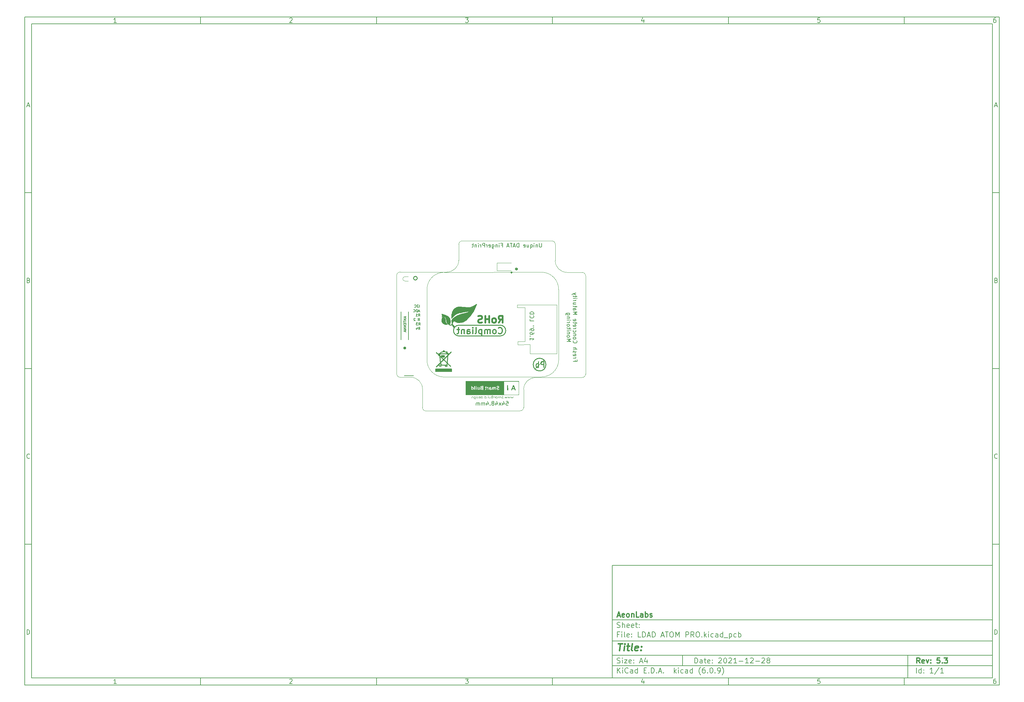
<source format=gbr>
G04 #@! TF.GenerationSoftware,KiCad,Pcbnew,(6.0.9)*
G04 #@! TF.CreationDate,2022-11-30T10:01:03+01:00*
G04 #@! TF.ProjectId,LDAD ATOM PRO,4c444144-2041-4544-9f4d-2050524f2e6b,5.3*
G04 #@! TF.SameCoordinates,Original*
G04 #@! TF.FileFunction,Legend,Bot*
G04 #@! TF.FilePolarity,Positive*
%FSLAX46Y46*%
G04 Gerber Fmt 4.6, Leading zero omitted, Abs format (unit mm)*
G04 Created by KiCad (PCBNEW (6.0.9)) date 2022-11-30 10:01:03*
%MOMM*%
%LPD*%
G01*
G04 APERTURE LIST*
%ADD10C,0.100000*%
%ADD11C,0.150000*%
%ADD12C,0.300000*%
%ADD13C,0.400000*%
%ADD14C,0.280000*%
%ADD15C,0.340000*%
%ADD16C,0.200000*%
%ADD17C,0.350000*%
%ADD18C,0.500000*%
%ADD19C,0.254000*%
G04 #@! TA.AperFunction,Profile*
%ADD20C,0.120000*%
G04 #@! TD*
%ADD21C,0.120000*%
%ADD22C,0.127000*%
%ADD23C,0.381000*%
%ADD24C,0.508000*%
G04 APERTURE END LIST*
D10*
D11*
X177002200Y-166007200D02*
X177002200Y-198007200D01*
X285002200Y-198007200D01*
X285002200Y-166007200D01*
X177002200Y-166007200D01*
D10*
D11*
X10000000Y-10000000D02*
X10000000Y-200007200D01*
X287002200Y-200007200D01*
X287002200Y-10000000D01*
X10000000Y-10000000D01*
D10*
D11*
X12000000Y-12000000D02*
X12000000Y-198007200D01*
X285002200Y-198007200D01*
X285002200Y-12000000D01*
X12000000Y-12000000D01*
D10*
D11*
X60000000Y-12000000D02*
X60000000Y-10000000D01*
D10*
D11*
X110000000Y-12000000D02*
X110000000Y-10000000D01*
D10*
D11*
X160000000Y-12000000D02*
X160000000Y-10000000D01*
D10*
D11*
X210000000Y-12000000D02*
X210000000Y-10000000D01*
D10*
D11*
X260000000Y-12000000D02*
X260000000Y-10000000D01*
D10*
D11*
X36065476Y-11588095D02*
X35322619Y-11588095D01*
X35694047Y-11588095D02*
X35694047Y-10288095D01*
X35570238Y-10473809D01*
X35446428Y-10597619D01*
X35322619Y-10659523D01*
D10*
D11*
X85322619Y-10411904D02*
X85384523Y-10350000D01*
X85508333Y-10288095D01*
X85817857Y-10288095D01*
X85941666Y-10350000D01*
X86003571Y-10411904D01*
X86065476Y-10535714D01*
X86065476Y-10659523D01*
X86003571Y-10845238D01*
X85260714Y-11588095D01*
X86065476Y-11588095D01*
D10*
D11*
X135260714Y-10288095D02*
X136065476Y-10288095D01*
X135632142Y-10783333D01*
X135817857Y-10783333D01*
X135941666Y-10845238D01*
X136003571Y-10907142D01*
X136065476Y-11030952D01*
X136065476Y-11340476D01*
X136003571Y-11464285D01*
X135941666Y-11526190D01*
X135817857Y-11588095D01*
X135446428Y-11588095D01*
X135322619Y-11526190D01*
X135260714Y-11464285D01*
D10*
D11*
X185941666Y-10721428D02*
X185941666Y-11588095D01*
X185632142Y-10226190D02*
X185322619Y-11154761D01*
X186127380Y-11154761D01*
D10*
D11*
X236003571Y-10288095D02*
X235384523Y-10288095D01*
X235322619Y-10907142D01*
X235384523Y-10845238D01*
X235508333Y-10783333D01*
X235817857Y-10783333D01*
X235941666Y-10845238D01*
X236003571Y-10907142D01*
X236065476Y-11030952D01*
X236065476Y-11340476D01*
X236003571Y-11464285D01*
X235941666Y-11526190D01*
X235817857Y-11588095D01*
X235508333Y-11588095D01*
X235384523Y-11526190D01*
X235322619Y-11464285D01*
D10*
D11*
X285941666Y-10288095D02*
X285694047Y-10288095D01*
X285570238Y-10350000D01*
X285508333Y-10411904D01*
X285384523Y-10597619D01*
X285322619Y-10845238D01*
X285322619Y-11340476D01*
X285384523Y-11464285D01*
X285446428Y-11526190D01*
X285570238Y-11588095D01*
X285817857Y-11588095D01*
X285941666Y-11526190D01*
X286003571Y-11464285D01*
X286065476Y-11340476D01*
X286065476Y-11030952D01*
X286003571Y-10907142D01*
X285941666Y-10845238D01*
X285817857Y-10783333D01*
X285570238Y-10783333D01*
X285446428Y-10845238D01*
X285384523Y-10907142D01*
X285322619Y-11030952D01*
D10*
D11*
X60000000Y-198007200D02*
X60000000Y-200007200D01*
D10*
D11*
X110000000Y-198007200D02*
X110000000Y-200007200D01*
D10*
D11*
X160000000Y-198007200D02*
X160000000Y-200007200D01*
D10*
D11*
X210000000Y-198007200D02*
X210000000Y-200007200D01*
D10*
D11*
X260000000Y-198007200D02*
X260000000Y-200007200D01*
D10*
D11*
X36065476Y-199595295D02*
X35322619Y-199595295D01*
X35694047Y-199595295D02*
X35694047Y-198295295D01*
X35570238Y-198481009D01*
X35446428Y-198604819D01*
X35322619Y-198666723D01*
D10*
D11*
X85322619Y-198419104D02*
X85384523Y-198357200D01*
X85508333Y-198295295D01*
X85817857Y-198295295D01*
X85941666Y-198357200D01*
X86003571Y-198419104D01*
X86065476Y-198542914D01*
X86065476Y-198666723D01*
X86003571Y-198852438D01*
X85260714Y-199595295D01*
X86065476Y-199595295D01*
D10*
D11*
X135260714Y-198295295D02*
X136065476Y-198295295D01*
X135632142Y-198790533D01*
X135817857Y-198790533D01*
X135941666Y-198852438D01*
X136003571Y-198914342D01*
X136065476Y-199038152D01*
X136065476Y-199347676D01*
X136003571Y-199471485D01*
X135941666Y-199533390D01*
X135817857Y-199595295D01*
X135446428Y-199595295D01*
X135322619Y-199533390D01*
X135260714Y-199471485D01*
D10*
D11*
X185941666Y-198728628D02*
X185941666Y-199595295D01*
X185632142Y-198233390D02*
X185322619Y-199161961D01*
X186127380Y-199161961D01*
D10*
D11*
X236003571Y-198295295D02*
X235384523Y-198295295D01*
X235322619Y-198914342D01*
X235384523Y-198852438D01*
X235508333Y-198790533D01*
X235817857Y-198790533D01*
X235941666Y-198852438D01*
X236003571Y-198914342D01*
X236065476Y-199038152D01*
X236065476Y-199347676D01*
X236003571Y-199471485D01*
X235941666Y-199533390D01*
X235817857Y-199595295D01*
X235508333Y-199595295D01*
X235384523Y-199533390D01*
X235322619Y-199471485D01*
D10*
D11*
X285941666Y-198295295D02*
X285694047Y-198295295D01*
X285570238Y-198357200D01*
X285508333Y-198419104D01*
X285384523Y-198604819D01*
X285322619Y-198852438D01*
X285322619Y-199347676D01*
X285384523Y-199471485D01*
X285446428Y-199533390D01*
X285570238Y-199595295D01*
X285817857Y-199595295D01*
X285941666Y-199533390D01*
X286003571Y-199471485D01*
X286065476Y-199347676D01*
X286065476Y-199038152D01*
X286003571Y-198914342D01*
X285941666Y-198852438D01*
X285817857Y-198790533D01*
X285570238Y-198790533D01*
X285446428Y-198852438D01*
X285384523Y-198914342D01*
X285322619Y-199038152D01*
D10*
D11*
X10000000Y-60000000D02*
X12000000Y-60000000D01*
D10*
D11*
X10000000Y-110000000D02*
X12000000Y-110000000D01*
D10*
D11*
X10000000Y-160000000D02*
X12000000Y-160000000D01*
D10*
D11*
X10690476Y-35216666D02*
X11309523Y-35216666D01*
X10566666Y-35588095D02*
X11000000Y-34288095D01*
X11433333Y-35588095D01*
D10*
D11*
X11092857Y-84907142D02*
X11278571Y-84969047D01*
X11340476Y-85030952D01*
X11402380Y-85154761D01*
X11402380Y-85340476D01*
X11340476Y-85464285D01*
X11278571Y-85526190D01*
X11154761Y-85588095D01*
X10659523Y-85588095D01*
X10659523Y-84288095D01*
X11092857Y-84288095D01*
X11216666Y-84350000D01*
X11278571Y-84411904D01*
X11340476Y-84535714D01*
X11340476Y-84659523D01*
X11278571Y-84783333D01*
X11216666Y-84845238D01*
X11092857Y-84907142D01*
X10659523Y-84907142D01*
D10*
D11*
X11402380Y-135464285D02*
X11340476Y-135526190D01*
X11154761Y-135588095D01*
X11030952Y-135588095D01*
X10845238Y-135526190D01*
X10721428Y-135402380D01*
X10659523Y-135278571D01*
X10597619Y-135030952D01*
X10597619Y-134845238D01*
X10659523Y-134597619D01*
X10721428Y-134473809D01*
X10845238Y-134350000D01*
X11030952Y-134288095D01*
X11154761Y-134288095D01*
X11340476Y-134350000D01*
X11402380Y-134411904D01*
D10*
D11*
X10659523Y-185588095D02*
X10659523Y-184288095D01*
X10969047Y-184288095D01*
X11154761Y-184350000D01*
X11278571Y-184473809D01*
X11340476Y-184597619D01*
X11402380Y-184845238D01*
X11402380Y-185030952D01*
X11340476Y-185278571D01*
X11278571Y-185402380D01*
X11154761Y-185526190D01*
X10969047Y-185588095D01*
X10659523Y-185588095D01*
D10*
D11*
X287002200Y-60000000D02*
X285002200Y-60000000D01*
D10*
D11*
X287002200Y-110000000D02*
X285002200Y-110000000D01*
D10*
D11*
X287002200Y-160000000D02*
X285002200Y-160000000D01*
D10*
D11*
X285692676Y-35216666D02*
X286311723Y-35216666D01*
X285568866Y-35588095D02*
X286002200Y-34288095D01*
X286435533Y-35588095D01*
D10*
D11*
X286095057Y-84907142D02*
X286280771Y-84969047D01*
X286342676Y-85030952D01*
X286404580Y-85154761D01*
X286404580Y-85340476D01*
X286342676Y-85464285D01*
X286280771Y-85526190D01*
X286156961Y-85588095D01*
X285661723Y-85588095D01*
X285661723Y-84288095D01*
X286095057Y-84288095D01*
X286218866Y-84350000D01*
X286280771Y-84411904D01*
X286342676Y-84535714D01*
X286342676Y-84659523D01*
X286280771Y-84783333D01*
X286218866Y-84845238D01*
X286095057Y-84907142D01*
X285661723Y-84907142D01*
D10*
D11*
X286404580Y-135464285D02*
X286342676Y-135526190D01*
X286156961Y-135588095D01*
X286033152Y-135588095D01*
X285847438Y-135526190D01*
X285723628Y-135402380D01*
X285661723Y-135278571D01*
X285599819Y-135030952D01*
X285599819Y-134845238D01*
X285661723Y-134597619D01*
X285723628Y-134473809D01*
X285847438Y-134350000D01*
X286033152Y-134288095D01*
X286156961Y-134288095D01*
X286342676Y-134350000D01*
X286404580Y-134411904D01*
D10*
D11*
X285661723Y-185588095D02*
X285661723Y-184288095D01*
X285971247Y-184288095D01*
X286156961Y-184350000D01*
X286280771Y-184473809D01*
X286342676Y-184597619D01*
X286404580Y-184845238D01*
X286404580Y-185030952D01*
X286342676Y-185278571D01*
X286280771Y-185402380D01*
X286156961Y-185526190D01*
X285971247Y-185588095D01*
X285661723Y-185588095D01*
D10*
D11*
X200434342Y-193785771D02*
X200434342Y-192285771D01*
X200791485Y-192285771D01*
X201005771Y-192357200D01*
X201148628Y-192500057D01*
X201220057Y-192642914D01*
X201291485Y-192928628D01*
X201291485Y-193142914D01*
X201220057Y-193428628D01*
X201148628Y-193571485D01*
X201005771Y-193714342D01*
X200791485Y-193785771D01*
X200434342Y-193785771D01*
X202577200Y-193785771D02*
X202577200Y-193000057D01*
X202505771Y-192857200D01*
X202362914Y-192785771D01*
X202077200Y-192785771D01*
X201934342Y-192857200D01*
X202577200Y-193714342D02*
X202434342Y-193785771D01*
X202077200Y-193785771D01*
X201934342Y-193714342D01*
X201862914Y-193571485D01*
X201862914Y-193428628D01*
X201934342Y-193285771D01*
X202077200Y-193214342D01*
X202434342Y-193214342D01*
X202577200Y-193142914D01*
X203077200Y-192785771D02*
X203648628Y-192785771D01*
X203291485Y-192285771D02*
X203291485Y-193571485D01*
X203362914Y-193714342D01*
X203505771Y-193785771D01*
X203648628Y-193785771D01*
X204720057Y-193714342D02*
X204577200Y-193785771D01*
X204291485Y-193785771D01*
X204148628Y-193714342D01*
X204077200Y-193571485D01*
X204077200Y-193000057D01*
X204148628Y-192857200D01*
X204291485Y-192785771D01*
X204577200Y-192785771D01*
X204720057Y-192857200D01*
X204791485Y-193000057D01*
X204791485Y-193142914D01*
X204077200Y-193285771D01*
X205434342Y-193642914D02*
X205505771Y-193714342D01*
X205434342Y-193785771D01*
X205362914Y-193714342D01*
X205434342Y-193642914D01*
X205434342Y-193785771D01*
X205434342Y-192857200D02*
X205505771Y-192928628D01*
X205434342Y-193000057D01*
X205362914Y-192928628D01*
X205434342Y-192857200D01*
X205434342Y-193000057D01*
X207220057Y-192428628D02*
X207291485Y-192357200D01*
X207434342Y-192285771D01*
X207791485Y-192285771D01*
X207934342Y-192357200D01*
X208005771Y-192428628D01*
X208077200Y-192571485D01*
X208077200Y-192714342D01*
X208005771Y-192928628D01*
X207148628Y-193785771D01*
X208077200Y-193785771D01*
X209005771Y-192285771D02*
X209148628Y-192285771D01*
X209291485Y-192357200D01*
X209362914Y-192428628D01*
X209434342Y-192571485D01*
X209505771Y-192857200D01*
X209505771Y-193214342D01*
X209434342Y-193500057D01*
X209362914Y-193642914D01*
X209291485Y-193714342D01*
X209148628Y-193785771D01*
X209005771Y-193785771D01*
X208862914Y-193714342D01*
X208791485Y-193642914D01*
X208720057Y-193500057D01*
X208648628Y-193214342D01*
X208648628Y-192857200D01*
X208720057Y-192571485D01*
X208791485Y-192428628D01*
X208862914Y-192357200D01*
X209005771Y-192285771D01*
X210077200Y-192428628D02*
X210148628Y-192357200D01*
X210291485Y-192285771D01*
X210648628Y-192285771D01*
X210791485Y-192357200D01*
X210862914Y-192428628D01*
X210934342Y-192571485D01*
X210934342Y-192714342D01*
X210862914Y-192928628D01*
X210005771Y-193785771D01*
X210934342Y-193785771D01*
X212362914Y-193785771D02*
X211505771Y-193785771D01*
X211934342Y-193785771D02*
X211934342Y-192285771D01*
X211791485Y-192500057D01*
X211648628Y-192642914D01*
X211505771Y-192714342D01*
X213005771Y-193214342D02*
X214148628Y-193214342D01*
X215648628Y-193785771D02*
X214791485Y-193785771D01*
X215220057Y-193785771D02*
X215220057Y-192285771D01*
X215077200Y-192500057D01*
X214934342Y-192642914D01*
X214791485Y-192714342D01*
X216220057Y-192428628D02*
X216291485Y-192357200D01*
X216434342Y-192285771D01*
X216791485Y-192285771D01*
X216934342Y-192357200D01*
X217005771Y-192428628D01*
X217077200Y-192571485D01*
X217077200Y-192714342D01*
X217005771Y-192928628D01*
X216148628Y-193785771D01*
X217077200Y-193785771D01*
X217720057Y-193214342D02*
X218862914Y-193214342D01*
X219505771Y-192428628D02*
X219577200Y-192357200D01*
X219720057Y-192285771D01*
X220077200Y-192285771D01*
X220220057Y-192357200D01*
X220291485Y-192428628D01*
X220362914Y-192571485D01*
X220362914Y-192714342D01*
X220291485Y-192928628D01*
X219434342Y-193785771D01*
X220362914Y-193785771D01*
X221220057Y-192928628D02*
X221077200Y-192857200D01*
X221005771Y-192785771D01*
X220934342Y-192642914D01*
X220934342Y-192571485D01*
X221005771Y-192428628D01*
X221077200Y-192357200D01*
X221220057Y-192285771D01*
X221505771Y-192285771D01*
X221648628Y-192357200D01*
X221720057Y-192428628D01*
X221791485Y-192571485D01*
X221791485Y-192642914D01*
X221720057Y-192785771D01*
X221648628Y-192857200D01*
X221505771Y-192928628D01*
X221220057Y-192928628D01*
X221077200Y-193000057D01*
X221005771Y-193071485D01*
X220934342Y-193214342D01*
X220934342Y-193500057D01*
X221005771Y-193642914D01*
X221077200Y-193714342D01*
X221220057Y-193785771D01*
X221505771Y-193785771D01*
X221648628Y-193714342D01*
X221720057Y-193642914D01*
X221791485Y-193500057D01*
X221791485Y-193214342D01*
X221720057Y-193071485D01*
X221648628Y-193000057D01*
X221505771Y-192928628D01*
D10*
D11*
X177002200Y-194507200D02*
X285002200Y-194507200D01*
D10*
D11*
X178434342Y-196585771D02*
X178434342Y-195085771D01*
X179291485Y-196585771D02*
X178648628Y-195728628D01*
X179291485Y-195085771D02*
X178434342Y-195942914D01*
X179934342Y-196585771D02*
X179934342Y-195585771D01*
X179934342Y-195085771D02*
X179862914Y-195157200D01*
X179934342Y-195228628D01*
X180005771Y-195157200D01*
X179934342Y-195085771D01*
X179934342Y-195228628D01*
X181505771Y-196442914D02*
X181434342Y-196514342D01*
X181220057Y-196585771D01*
X181077200Y-196585771D01*
X180862914Y-196514342D01*
X180720057Y-196371485D01*
X180648628Y-196228628D01*
X180577200Y-195942914D01*
X180577200Y-195728628D01*
X180648628Y-195442914D01*
X180720057Y-195300057D01*
X180862914Y-195157200D01*
X181077200Y-195085771D01*
X181220057Y-195085771D01*
X181434342Y-195157200D01*
X181505771Y-195228628D01*
X182791485Y-196585771D02*
X182791485Y-195800057D01*
X182720057Y-195657200D01*
X182577200Y-195585771D01*
X182291485Y-195585771D01*
X182148628Y-195657200D01*
X182791485Y-196514342D02*
X182648628Y-196585771D01*
X182291485Y-196585771D01*
X182148628Y-196514342D01*
X182077200Y-196371485D01*
X182077200Y-196228628D01*
X182148628Y-196085771D01*
X182291485Y-196014342D01*
X182648628Y-196014342D01*
X182791485Y-195942914D01*
X184148628Y-196585771D02*
X184148628Y-195085771D01*
X184148628Y-196514342D02*
X184005771Y-196585771D01*
X183720057Y-196585771D01*
X183577200Y-196514342D01*
X183505771Y-196442914D01*
X183434342Y-196300057D01*
X183434342Y-195871485D01*
X183505771Y-195728628D01*
X183577200Y-195657200D01*
X183720057Y-195585771D01*
X184005771Y-195585771D01*
X184148628Y-195657200D01*
X186005771Y-195800057D02*
X186505771Y-195800057D01*
X186720057Y-196585771D02*
X186005771Y-196585771D01*
X186005771Y-195085771D01*
X186720057Y-195085771D01*
X187362914Y-196442914D02*
X187434342Y-196514342D01*
X187362914Y-196585771D01*
X187291485Y-196514342D01*
X187362914Y-196442914D01*
X187362914Y-196585771D01*
X188077200Y-196585771D02*
X188077200Y-195085771D01*
X188434342Y-195085771D01*
X188648628Y-195157200D01*
X188791485Y-195300057D01*
X188862914Y-195442914D01*
X188934342Y-195728628D01*
X188934342Y-195942914D01*
X188862914Y-196228628D01*
X188791485Y-196371485D01*
X188648628Y-196514342D01*
X188434342Y-196585771D01*
X188077200Y-196585771D01*
X189577200Y-196442914D02*
X189648628Y-196514342D01*
X189577200Y-196585771D01*
X189505771Y-196514342D01*
X189577200Y-196442914D01*
X189577200Y-196585771D01*
X190220057Y-196157200D02*
X190934342Y-196157200D01*
X190077200Y-196585771D02*
X190577200Y-195085771D01*
X191077200Y-196585771D01*
X191577200Y-196442914D02*
X191648628Y-196514342D01*
X191577200Y-196585771D01*
X191505771Y-196514342D01*
X191577200Y-196442914D01*
X191577200Y-196585771D01*
X194577200Y-196585771D02*
X194577200Y-195085771D01*
X194720057Y-196014342D02*
X195148628Y-196585771D01*
X195148628Y-195585771D02*
X194577200Y-196157200D01*
X195791485Y-196585771D02*
X195791485Y-195585771D01*
X195791485Y-195085771D02*
X195720057Y-195157200D01*
X195791485Y-195228628D01*
X195862914Y-195157200D01*
X195791485Y-195085771D01*
X195791485Y-195228628D01*
X197148628Y-196514342D02*
X197005771Y-196585771D01*
X196720057Y-196585771D01*
X196577200Y-196514342D01*
X196505771Y-196442914D01*
X196434342Y-196300057D01*
X196434342Y-195871485D01*
X196505771Y-195728628D01*
X196577200Y-195657200D01*
X196720057Y-195585771D01*
X197005771Y-195585771D01*
X197148628Y-195657200D01*
X198434342Y-196585771D02*
X198434342Y-195800057D01*
X198362914Y-195657200D01*
X198220057Y-195585771D01*
X197934342Y-195585771D01*
X197791485Y-195657200D01*
X198434342Y-196514342D02*
X198291485Y-196585771D01*
X197934342Y-196585771D01*
X197791485Y-196514342D01*
X197720057Y-196371485D01*
X197720057Y-196228628D01*
X197791485Y-196085771D01*
X197934342Y-196014342D01*
X198291485Y-196014342D01*
X198434342Y-195942914D01*
X199791485Y-196585771D02*
X199791485Y-195085771D01*
X199791485Y-196514342D02*
X199648628Y-196585771D01*
X199362914Y-196585771D01*
X199220057Y-196514342D01*
X199148628Y-196442914D01*
X199077200Y-196300057D01*
X199077200Y-195871485D01*
X199148628Y-195728628D01*
X199220057Y-195657200D01*
X199362914Y-195585771D01*
X199648628Y-195585771D01*
X199791485Y-195657200D01*
X202077200Y-197157200D02*
X202005771Y-197085771D01*
X201862914Y-196871485D01*
X201791485Y-196728628D01*
X201720057Y-196514342D01*
X201648628Y-196157200D01*
X201648628Y-195871485D01*
X201720057Y-195514342D01*
X201791485Y-195300057D01*
X201862914Y-195157200D01*
X202005771Y-194942914D01*
X202077200Y-194871485D01*
X203291485Y-195085771D02*
X203005771Y-195085771D01*
X202862914Y-195157200D01*
X202791485Y-195228628D01*
X202648628Y-195442914D01*
X202577200Y-195728628D01*
X202577200Y-196300057D01*
X202648628Y-196442914D01*
X202720057Y-196514342D01*
X202862914Y-196585771D01*
X203148628Y-196585771D01*
X203291485Y-196514342D01*
X203362914Y-196442914D01*
X203434342Y-196300057D01*
X203434342Y-195942914D01*
X203362914Y-195800057D01*
X203291485Y-195728628D01*
X203148628Y-195657200D01*
X202862914Y-195657200D01*
X202720057Y-195728628D01*
X202648628Y-195800057D01*
X202577200Y-195942914D01*
X204077200Y-196442914D02*
X204148628Y-196514342D01*
X204077200Y-196585771D01*
X204005771Y-196514342D01*
X204077200Y-196442914D01*
X204077200Y-196585771D01*
X205077200Y-195085771D02*
X205220057Y-195085771D01*
X205362914Y-195157200D01*
X205434342Y-195228628D01*
X205505771Y-195371485D01*
X205577200Y-195657200D01*
X205577200Y-196014342D01*
X205505771Y-196300057D01*
X205434342Y-196442914D01*
X205362914Y-196514342D01*
X205220057Y-196585771D01*
X205077200Y-196585771D01*
X204934342Y-196514342D01*
X204862914Y-196442914D01*
X204791485Y-196300057D01*
X204720057Y-196014342D01*
X204720057Y-195657200D01*
X204791485Y-195371485D01*
X204862914Y-195228628D01*
X204934342Y-195157200D01*
X205077200Y-195085771D01*
X206220057Y-196442914D02*
X206291485Y-196514342D01*
X206220057Y-196585771D01*
X206148628Y-196514342D01*
X206220057Y-196442914D01*
X206220057Y-196585771D01*
X207005771Y-196585771D02*
X207291485Y-196585771D01*
X207434342Y-196514342D01*
X207505771Y-196442914D01*
X207648628Y-196228628D01*
X207720057Y-195942914D01*
X207720057Y-195371485D01*
X207648628Y-195228628D01*
X207577200Y-195157200D01*
X207434342Y-195085771D01*
X207148628Y-195085771D01*
X207005771Y-195157200D01*
X206934342Y-195228628D01*
X206862914Y-195371485D01*
X206862914Y-195728628D01*
X206934342Y-195871485D01*
X207005771Y-195942914D01*
X207148628Y-196014342D01*
X207434342Y-196014342D01*
X207577200Y-195942914D01*
X207648628Y-195871485D01*
X207720057Y-195728628D01*
X208220057Y-197157200D02*
X208291485Y-197085771D01*
X208434342Y-196871485D01*
X208505771Y-196728628D01*
X208577200Y-196514342D01*
X208648628Y-196157200D01*
X208648628Y-195871485D01*
X208577200Y-195514342D01*
X208505771Y-195300057D01*
X208434342Y-195157200D01*
X208291485Y-194942914D01*
X208220057Y-194871485D01*
D10*
D11*
X177002200Y-191507200D02*
X285002200Y-191507200D01*
D10*
D12*
X264411485Y-193785771D02*
X263911485Y-193071485D01*
X263554342Y-193785771D02*
X263554342Y-192285771D01*
X264125771Y-192285771D01*
X264268628Y-192357200D01*
X264340057Y-192428628D01*
X264411485Y-192571485D01*
X264411485Y-192785771D01*
X264340057Y-192928628D01*
X264268628Y-193000057D01*
X264125771Y-193071485D01*
X263554342Y-193071485D01*
X265625771Y-193714342D02*
X265482914Y-193785771D01*
X265197200Y-193785771D01*
X265054342Y-193714342D01*
X264982914Y-193571485D01*
X264982914Y-193000057D01*
X265054342Y-192857200D01*
X265197200Y-192785771D01*
X265482914Y-192785771D01*
X265625771Y-192857200D01*
X265697200Y-193000057D01*
X265697200Y-193142914D01*
X264982914Y-193285771D01*
X266197200Y-192785771D02*
X266554342Y-193785771D01*
X266911485Y-192785771D01*
X267482914Y-193642914D02*
X267554342Y-193714342D01*
X267482914Y-193785771D01*
X267411485Y-193714342D01*
X267482914Y-193642914D01*
X267482914Y-193785771D01*
X267482914Y-192857200D02*
X267554342Y-192928628D01*
X267482914Y-193000057D01*
X267411485Y-192928628D01*
X267482914Y-192857200D01*
X267482914Y-193000057D01*
X270054342Y-192285771D02*
X269340057Y-192285771D01*
X269268628Y-193000057D01*
X269340057Y-192928628D01*
X269482914Y-192857200D01*
X269840057Y-192857200D01*
X269982914Y-192928628D01*
X270054342Y-193000057D01*
X270125771Y-193142914D01*
X270125771Y-193500057D01*
X270054342Y-193642914D01*
X269982914Y-193714342D01*
X269840057Y-193785771D01*
X269482914Y-193785771D01*
X269340057Y-193714342D01*
X269268628Y-193642914D01*
X270768628Y-193642914D02*
X270840057Y-193714342D01*
X270768628Y-193785771D01*
X270697200Y-193714342D01*
X270768628Y-193642914D01*
X270768628Y-193785771D01*
X271340057Y-192285771D02*
X272268628Y-192285771D01*
X271768628Y-192857200D01*
X271982914Y-192857200D01*
X272125771Y-192928628D01*
X272197200Y-193000057D01*
X272268628Y-193142914D01*
X272268628Y-193500057D01*
X272197200Y-193642914D01*
X272125771Y-193714342D01*
X271982914Y-193785771D01*
X271554342Y-193785771D01*
X271411485Y-193714342D01*
X271340057Y-193642914D01*
D10*
D11*
X178362914Y-193714342D02*
X178577200Y-193785771D01*
X178934342Y-193785771D01*
X179077200Y-193714342D01*
X179148628Y-193642914D01*
X179220057Y-193500057D01*
X179220057Y-193357200D01*
X179148628Y-193214342D01*
X179077200Y-193142914D01*
X178934342Y-193071485D01*
X178648628Y-193000057D01*
X178505771Y-192928628D01*
X178434342Y-192857200D01*
X178362914Y-192714342D01*
X178362914Y-192571485D01*
X178434342Y-192428628D01*
X178505771Y-192357200D01*
X178648628Y-192285771D01*
X179005771Y-192285771D01*
X179220057Y-192357200D01*
X179862914Y-193785771D02*
X179862914Y-192785771D01*
X179862914Y-192285771D02*
X179791485Y-192357200D01*
X179862914Y-192428628D01*
X179934342Y-192357200D01*
X179862914Y-192285771D01*
X179862914Y-192428628D01*
X180434342Y-192785771D02*
X181220057Y-192785771D01*
X180434342Y-193785771D01*
X181220057Y-193785771D01*
X182362914Y-193714342D02*
X182220057Y-193785771D01*
X181934342Y-193785771D01*
X181791485Y-193714342D01*
X181720057Y-193571485D01*
X181720057Y-193000057D01*
X181791485Y-192857200D01*
X181934342Y-192785771D01*
X182220057Y-192785771D01*
X182362914Y-192857200D01*
X182434342Y-193000057D01*
X182434342Y-193142914D01*
X181720057Y-193285771D01*
X183077200Y-193642914D02*
X183148628Y-193714342D01*
X183077200Y-193785771D01*
X183005771Y-193714342D01*
X183077200Y-193642914D01*
X183077200Y-193785771D01*
X183077200Y-192857200D02*
X183148628Y-192928628D01*
X183077200Y-193000057D01*
X183005771Y-192928628D01*
X183077200Y-192857200D01*
X183077200Y-193000057D01*
X184862914Y-193357200D02*
X185577200Y-193357200D01*
X184720057Y-193785771D02*
X185220057Y-192285771D01*
X185720057Y-193785771D01*
X186862914Y-192785771D02*
X186862914Y-193785771D01*
X186505771Y-192214342D02*
X186148628Y-193285771D01*
X187077200Y-193285771D01*
D10*
D11*
X263434342Y-196585771D02*
X263434342Y-195085771D01*
X264791485Y-196585771D02*
X264791485Y-195085771D01*
X264791485Y-196514342D02*
X264648628Y-196585771D01*
X264362914Y-196585771D01*
X264220057Y-196514342D01*
X264148628Y-196442914D01*
X264077200Y-196300057D01*
X264077200Y-195871485D01*
X264148628Y-195728628D01*
X264220057Y-195657200D01*
X264362914Y-195585771D01*
X264648628Y-195585771D01*
X264791485Y-195657200D01*
X265505771Y-196442914D02*
X265577200Y-196514342D01*
X265505771Y-196585771D01*
X265434342Y-196514342D01*
X265505771Y-196442914D01*
X265505771Y-196585771D01*
X265505771Y-195657200D02*
X265577200Y-195728628D01*
X265505771Y-195800057D01*
X265434342Y-195728628D01*
X265505771Y-195657200D01*
X265505771Y-195800057D01*
X268148628Y-196585771D02*
X267291485Y-196585771D01*
X267720057Y-196585771D02*
X267720057Y-195085771D01*
X267577200Y-195300057D01*
X267434342Y-195442914D01*
X267291485Y-195514342D01*
X269862914Y-195014342D02*
X268577200Y-196942914D01*
X271148628Y-196585771D02*
X270291485Y-196585771D01*
X270720057Y-196585771D02*
X270720057Y-195085771D01*
X270577200Y-195300057D01*
X270434342Y-195442914D01*
X270291485Y-195514342D01*
D10*
D11*
X177002200Y-187507200D02*
X285002200Y-187507200D01*
D10*
D13*
X178714580Y-188211961D02*
X179857438Y-188211961D01*
X179036009Y-190211961D02*
X179286009Y-188211961D01*
X180274104Y-190211961D02*
X180440771Y-188878628D01*
X180524104Y-188211961D02*
X180416961Y-188307200D01*
X180500295Y-188402438D01*
X180607438Y-188307200D01*
X180524104Y-188211961D01*
X180500295Y-188402438D01*
X181107438Y-188878628D02*
X181869342Y-188878628D01*
X181476485Y-188211961D02*
X181262200Y-189926247D01*
X181333628Y-190116723D01*
X181512200Y-190211961D01*
X181702676Y-190211961D01*
X182655057Y-190211961D02*
X182476485Y-190116723D01*
X182405057Y-189926247D01*
X182619342Y-188211961D01*
X184190771Y-190116723D02*
X183988390Y-190211961D01*
X183607438Y-190211961D01*
X183428866Y-190116723D01*
X183357438Y-189926247D01*
X183452676Y-189164342D01*
X183571723Y-188973866D01*
X183774104Y-188878628D01*
X184155057Y-188878628D01*
X184333628Y-188973866D01*
X184405057Y-189164342D01*
X184381247Y-189354819D01*
X183405057Y-189545295D01*
X185155057Y-190021485D02*
X185238390Y-190116723D01*
X185131247Y-190211961D01*
X185047914Y-190116723D01*
X185155057Y-190021485D01*
X185131247Y-190211961D01*
X185286009Y-188973866D02*
X185369342Y-189069104D01*
X185262200Y-189164342D01*
X185178866Y-189069104D01*
X185286009Y-188973866D01*
X185262200Y-189164342D01*
D10*
D11*
X178934342Y-185600057D02*
X178434342Y-185600057D01*
X178434342Y-186385771D02*
X178434342Y-184885771D01*
X179148628Y-184885771D01*
X179720057Y-186385771D02*
X179720057Y-185385771D01*
X179720057Y-184885771D02*
X179648628Y-184957200D01*
X179720057Y-185028628D01*
X179791485Y-184957200D01*
X179720057Y-184885771D01*
X179720057Y-185028628D01*
X180648628Y-186385771D02*
X180505771Y-186314342D01*
X180434342Y-186171485D01*
X180434342Y-184885771D01*
X181791485Y-186314342D02*
X181648628Y-186385771D01*
X181362914Y-186385771D01*
X181220057Y-186314342D01*
X181148628Y-186171485D01*
X181148628Y-185600057D01*
X181220057Y-185457200D01*
X181362914Y-185385771D01*
X181648628Y-185385771D01*
X181791485Y-185457200D01*
X181862914Y-185600057D01*
X181862914Y-185742914D01*
X181148628Y-185885771D01*
X182505771Y-186242914D02*
X182577200Y-186314342D01*
X182505771Y-186385771D01*
X182434342Y-186314342D01*
X182505771Y-186242914D01*
X182505771Y-186385771D01*
X182505771Y-185457200D02*
X182577200Y-185528628D01*
X182505771Y-185600057D01*
X182434342Y-185528628D01*
X182505771Y-185457200D01*
X182505771Y-185600057D01*
X185077200Y-186385771D02*
X184362914Y-186385771D01*
X184362914Y-184885771D01*
X185577200Y-186385771D02*
X185577200Y-184885771D01*
X185934342Y-184885771D01*
X186148628Y-184957200D01*
X186291485Y-185100057D01*
X186362914Y-185242914D01*
X186434342Y-185528628D01*
X186434342Y-185742914D01*
X186362914Y-186028628D01*
X186291485Y-186171485D01*
X186148628Y-186314342D01*
X185934342Y-186385771D01*
X185577200Y-186385771D01*
X187005771Y-185957200D02*
X187720057Y-185957200D01*
X186862914Y-186385771D02*
X187362914Y-184885771D01*
X187862914Y-186385771D01*
X188362914Y-186385771D02*
X188362914Y-184885771D01*
X188720057Y-184885771D01*
X188934342Y-184957200D01*
X189077200Y-185100057D01*
X189148628Y-185242914D01*
X189220057Y-185528628D01*
X189220057Y-185742914D01*
X189148628Y-186028628D01*
X189077200Y-186171485D01*
X188934342Y-186314342D01*
X188720057Y-186385771D01*
X188362914Y-186385771D01*
X190934342Y-185957200D02*
X191648628Y-185957200D01*
X190791485Y-186385771D02*
X191291485Y-184885771D01*
X191791485Y-186385771D01*
X192077200Y-184885771D02*
X192934342Y-184885771D01*
X192505771Y-186385771D02*
X192505771Y-184885771D01*
X193720057Y-184885771D02*
X194005771Y-184885771D01*
X194148628Y-184957200D01*
X194291485Y-185100057D01*
X194362914Y-185385771D01*
X194362914Y-185885771D01*
X194291485Y-186171485D01*
X194148628Y-186314342D01*
X194005771Y-186385771D01*
X193720057Y-186385771D01*
X193577200Y-186314342D01*
X193434342Y-186171485D01*
X193362914Y-185885771D01*
X193362914Y-185385771D01*
X193434342Y-185100057D01*
X193577200Y-184957200D01*
X193720057Y-184885771D01*
X195005771Y-186385771D02*
X195005771Y-184885771D01*
X195505771Y-185957200D01*
X196005771Y-184885771D01*
X196005771Y-186385771D01*
X197862914Y-186385771D02*
X197862914Y-184885771D01*
X198434342Y-184885771D01*
X198577200Y-184957200D01*
X198648628Y-185028628D01*
X198720057Y-185171485D01*
X198720057Y-185385771D01*
X198648628Y-185528628D01*
X198577200Y-185600057D01*
X198434342Y-185671485D01*
X197862914Y-185671485D01*
X200220057Y-186385771D02*
X199720057Y-185671485D01*
X199362914Y-186385771D02*
X199362914Y-184885771D01*
X199934342Y-184885771D01*
X200077200Y-184957200D01*
X200148628Y-185028628D01*
X200220057Y-185171485D01*
X200220057Y-185385771D01*
X200148628Y-185528628D01*
X200077200Y-185600057D01*
X199934342Y-185671485D01*
X199362914Y-185671485D01*
X201148628Y-184885771D02*
X201434342Y-184885771D01*
X201577200Y-184957200D01*
X201720057Y-185100057D01*
X201791485Y-185385771D01*
X201791485Y-185885771D01*
X201720057Y-186171485D01*
X201577200Y-186314342D01*
X201434342Y-186385771D01*
X201148628Y-186385771D01*
X201005771Y-186314342D01*
X200862914Y-186171485D01*
X200791485Y-185885771D01*
X200791485Y-185385771D01*
X200862914Y-185100057D01*
X201005771Y-184957200D01*
X201148628Y-184885771D01*
X202434342Y-186242914D02*
X202505771Y-186314342D01*
X202434342Y-186385771D01*
X202362914Y-186314342D01*
X202434342Y-186242914D01*
X202434342Y-186385771D01*
X203148628Y-186385771D02*
X203148628Y-184885771D01*
X203291485Y-185814342D02*
X203720057Y-186385771D01*
X203720057Y-185385771D02*
X203148628Y-185957200D01*
X204362914Y-186385771D02*
X204362914Y-185385771D01*
X204362914Y-184885771D02*
X204291485Y-184957200D01*
X204362914Y-185028628D01*
X204434342Y-184957200D01*
X204362914Y-184885771D01*
X204362914Y-185028628D01*
X205720057Y-186314342D02*
X205577200Y-186385771D01*
X205291485Y-186385771D01*
X205148628Y-186314342D01*
X205077200Y-186242914D01*
X205005771Y-186100057D01*
X205005771Y-185671485D01*
X205077200Y-185528628D01*
X205148628Y-185457200D01*
X205291485Y-185385771D01*
X205577200Y-185385771D01*
X205720057Y-185457200D01*
X207005771Y-186385771D02*
X207005771Y-185600057D01*
X206934342Y-185457200D01*
X206791485Y-185385771D01*
X206505771Y-185385771D01*
X206362914Y-185457200D01*
X207005771Y-186314342D02*
X206862914Y-186385771D01*
X206505771Y-186385771D01*
X206362914Y-186314342D01*
X206291485Y-186171485D01*
X206291485Y-186028628D01*
X206362914Y-185885771D01*
X206505771Y-185814342D01*
X206862914Y-185814342D01*
X207005771Y-185742914D01*
X208362914Y-186385771D02*
X208362914Y-184885771D01*
X208362914Y-186314342D02*
X208220057Y-186385771D01*
X207934342Y-186385771D01*
X207791485Y-186314342D01*
X207720057Y-186242914D01*
X207648628Y-186100057D01*
X207648628Y-185671485D01*
X207720057Y-185528628D01*
X207791485Y-185457200D01*
X207934342Y-185385771D01*
X208220057Y-185385771D01*
X208362914Y-185457200D01*
X208720057Y-186528628D02*
X209862914Y-186528628D01*
X210220057Y-185385771D02*
X210220057Y-186885771D01*
X210220057Y-185457200D02*
X210362914Y-185385771D01*
X210648628Y-185385771D01*
X210791485Y-185457200D01*
X210862914Y-185528628D01*
X210934342Y-185671485D01*
X210934342Y-186100057D01*
X210862914Y-186242914D01*
X210791485Y-186314342D01*
X210648628Y-186385771D01*
X210362914Y-186385771D01*
X210220057Y-186314342D01*
X212220057Y-186314342D02*
X212077200Y-186385771D01*
X211791485Y-186385771D01*
X211648628Y-186314342D01*
X211577200Y-186242914D01*
X211505771Y-186100057D01*
X211505771Y-185671485D01*
X211577200Y-185528628D01*
X211648628Y-185457200D01*
X211791485Y-185385771D01*
X212077200Y-185385771D01*
X212220057Y-185457200D01*
X212862914Y-186385771D02*
X212862914Y-184885771D01*
X212862914Y-185457200D02*
X213005771Y-185385771D01*
X213291485Y-185385771D01*
X213434342Y-185457200D01*
X213505771Y-185528628D01*
X213577200Y-185671485D01*
X213577200Y-186100057D01*
X213505771Y-186242914D01*
X213434342Y-186314342D01*
X213291485Y-186385771D01*
X213005771Y-186385771D01*
X212862914Y-186314342D01*
D10*
D11*
X177002200Y-181507200D02*
X285002200Y-181507200D01*
D10*
D11*
X178362914Y-183614342D02*
X178577200Y-183685771D01*
X178934342Y-183685771D01*
X179077200Y-183614342D01*
X179148628Y-183542914D01*
X179220057Y-183400057D01*
X179220057Y-183257200D01*
X179148628Y-183114342D01*
X179077200Y-183042914D01*
X178934342Y-182971485D01*
X178648628Y-182900057D01*
X178505771Y-182828628D01*
X178434342Y-182757200D01*
X178362914Y-182614342D01*
X178362914Y-182471485D01*
X178434342Y-182328628D01*
X178505771Y-182257200D01*
X178648628Y-182185771D01*
X179005771Y-182185771D01*
X179220057Y-182257200D01*
X179862914Y-183685771D02*
X179862914Y-182185771D01*
X180505771Y-183685771D02*
X180505771Y-182900057D01*
X180434342Y-182757200D01*
X180291485Y-182685771D01*
X180077200Y-182685771D01*
X179934342Y-182757200D01*
X179862914Y-182828628D01*
X181791485Y-183614342D02*
X181648628Y-183685771D01*
X181362914Y-183685771D01*
X181220057Y-183614342D01*
X181148628Y-183471485D01*
X181148628Y-182900057D01*
X181220057Y-182757200D01*
X181362914Y-182685771D01*
X181648628Y-182685771D01*
X181791485Y-182757200D01*
X181862914Y-182900057D01*
X181862914Y-183042914D01*
X181148628Y-183185771D01*
X183077200Y-183614342D02*
X182934342Y-183685771D01*
X182648628Y-183685771D01*
X182505771Y-183614342D01*
X182434342Y-183471485D01*
X182434342Y-182900057D01*
X182505771Y-182757200D01*
X182648628Y-182685771D01*
X182934342Y-182685771D01*
X183077200Y-182757200D01*
X183148628Y-182900057D01*
X183148628Y-183042914D01*
X182434342Y-183185771D01*
X183577200Y-182685771D02*
X184148628Y-182685771D01*
X183791485Y-182185771D02*
X183791485Y-183471485D01*
X183862914Y-183614342D01*
X184005771Y-183685771D01*
X184148628Y-183685771D01*
X184648628Y-183542914D02*
X184720057Y-183614342D01*
X184648628Y-183685771D01*
X184577200Y-183614342D01*
X184648628Y-183542914D01*
X184648628Y-183685771D01*
X184648628Y-182757200D02*
X184720057Y-182828628D01*
X184648628Y-182900057D01*
X184577200Y-182828628D01*
X184648628Y-182757200D01*
X184648628Y-182900057D01*
D10*
D12*
X178482914Y-180257200D02*
X179197200Y-180257200D01*
X178340057Y-180685771D02*
X178840057Y-179185771D01*
X179340057Y-180685771D01*
X180411485Y-180614342D02*
X180268628Y-180685771D01*
X179982914Y-180685771D01*
X179840057Y-180614342D01*
X179768628Y-180471485D01*
X179768628Y-179900057D01*
X179840057Y-179757200D01*
X179982914Y-179685771D01*
X180268628Y-179685771D01*
X180411485Y-179757200D01*
X180482914Y-179900057D01*
X180482914Y-180042914D01*
X179768628Y-180185771D01*
X181340057Y-180685771D02*
X181197200Y-180614342D01*
X181125771Y-180542914D01*
X181054342Y-180400057D01*
X181054342Y-179971485D01*
X181125771Y-179828628D01*
X181197200Y-179757200D01*
X181340057Y-179685771D01*
X181554342Y-179685771D01*
X181697200Y-179757200D01*
X181768628Y-179828628D01*
X181840057Y-179971485D01*
X181840057Y-180400057D01*
X181768628Y-180542914D01*
X181697200Y-180614342D01*
X181554342Y-180685771D01*
X181340057Y-180685771D01*
X182482914Y-179685771D02*
X182482914Y-180685771D01*
X182482914Y-179828628D02*
X182554342Y-179757200D01*
X182697200Y-179685771D01*
X182911485Y-179685771D01*
X183054342Y-179757200D01*
X183125771Y-179900057D01*
X183125771Y-180685771D01*
X184554342Y-180685771D02*
X183840057Y-180685771D01*
X183840057Y-179185771D01*
X185697200Y-180685771D02*
X185697200Y-179900057D01*
X185625771Y-179757200D01*
X185482914Y-179685771D01*
X185197200Y-179685771D01*
X185054342Y-179757200D01*
X185697200Y-180614342D02*
X185554342Y-180685771D01*
X185197200Y-180685771D01*
X185054342Y-180614342D01*
X184982914Y-180471485D01*
X184982914Y-180328628D01*
X185054342Y-180185771D01*
X185197200Y-180114342D01*
X185554342Y-180114342D01*
X185697200Y-180042914D01*
X186411485Y-180685771D02*
X186411485Y-179185771D01*
X186411485Y-179757200D02*
X186554342Y-179685771D01*
X186840057Y-179685771D01*
X186982914Y-179757200D01*
X187054342Y-179828628D01*
X187125771Y-179971485D01*
X187125771Y-180400057D01*
X187054342Y-180542914D01*
X186982914Y-180614342D01*
X186840057Y-180685771D01*
X186554342Y-180685771D01*
X186411485Y-180614342D01*
X187697200Y-180614342D02*
X187840057Y-180685771D01*
X188125771Y-180685771D01*
X188268628Y-180614342D01*
X188340057Y-180471485D01*
X188340057Y-180400057D01*
X188268628Y-180257200D01*
X188125771Y-180185771D01*
X187911485Y-180185771D01*
X187768628Y-180114342D01*
X187697200Y-179971485D01*
X187697200Y-179900057D01*
X187768628Y-179757200D01*
X187911485Y-179685771D01*
X188125771Y-179685771D01*
X188268628Y-179757200D01*
D10*
D11*
D10*
D11*
D10*
D11*
D10*
D11*
D10*
D11*
X197002200Y-191507200D02*
X197002200Y-194507200D01*
D10*
D11*
X261002200Y-191507200D02*
X261002200Y-198007200D01*
D14*
X121570842Y-84309159D02*
G75*
G03*
X121570842Y-84309159I-530842J0D01*
G01*
D15*
X150010799Y-81690000D02*
G75*
G03*
X150010799Y-81690000I-250799J0D01*
G01*
D11*
X122203333Y-92596666D02*
X122203333Y-91896666D01*
X121903333Y-91963333D02*
X121870000Y-91930000D01*
X121803333Y-91896666D01*
X121636666Y-91896666D01*
X121570000Y-91930000D01*
X121536666Y-91963333D01*
X121503333Y-92030000D01*
X121503333Y-92096666D01*
X121536666Y-92196666D01*
X121936666Y-92596666D01*
X121503333Y-92596666D01*
X120803333Y-92530000D02*
X120836666Y-92563333D01*
X120936666Y-92596666D01*
X121003333Y-92596666D01*
X121103333Y-92563333D01*
X121170000Y-92496666D01*
X121203333Y-92430000D01*
X121236666Y-92296666D01*
X121236666Y-92196666D01*
X121203333Y-92063333D01*
X121170000Y-91996666D01*
X121103333Y-91930000D01*
X121003333Y-91896666D01*
X120936666Y-91896666D01*
X120836666Y-91930000D01*
X120803333Y-91963333D01*
D16*
X156895238Y-74387619D02*
X156895238Y-75278095D01*
X156842857Y-75382857D01*
X156790476Y-75435238D01*
X156685714Y-75487619D01*
X156476190Y-75487619D01*
X156371428Y-75435238D01*
X156319047Y-75382857D01*
X156266666Y-75278095D01*
X156266666Y-74387619D01*
X155742857Y-74754285D02*
X155742857Y-75487619D01*
X155742857Y-74859047D02*
X155690476Y-74806666D01*
X155585714Y-74754285D01*
X155428571Y-74754285D01*
X155323809Y-74806666D01*
X155271428Y-74911428D01*
X155271428Y-75487619D01*
X154747619Y-75487619D02*
X154747619Y-74754285D01*
X154747619Y-74387619D02*
X154800000Y-74440000D01*
X154747619Y-74492380D01*
X154695238Y-74440000D01*
X154747619Y-74387619D01*
X154747619Y-74492380D01*
X153752380Y-74754285D02*
X153752380Y-75854285D01*
X153752380Y-75435238D02*
X153857142Y-75487619D01*
X154066666Y-75487619D01*
X154171428Y-75435238D01*
X154223809Y-75382857D01*
X154276190Y-75278095D01*
X154276190Y-74963809D01*
X154223809Y-74859047D01*
X154171428Y-74806666D01*
X154066666Y-74754285D01*
X153857142Y-74754285D01*
X153752380Y-74806666D01*
X152757142Y-74754285D02*
X152757142Y-75487619D01*
X153228571Y-74754285D02*
X153228571Y-75330476D01*
X153176190Y-75435238D01*
X153071428Y-75487619D01*
X152914285Y-75487619D01*
X152809523Y-75435238D01*
X152757142Y-75382857D01*
X151814285Y-75435238D02*
X151919047Y-75487619D01*
X152128571Y-75487619D01*
X152233333Y-75435238D01*
X152285714Y-75330476D01*
X152285714Y-74911428D01*
X152233333Y-74806666D01*
X152128571Y-74754285D01*
X151919047Y-74754285D01*
X151814285Y-74806666D01*
X151761904Y-74911428D01*
X151761904Y-75016190D01*
X152285714Y-75120952D01*
X150452380Y-75487619D02*
X150452380Y-74387619D01*
X150190476Y-74387619D01*
X150033333Y-74440000D01*
X149928571Y-74544761D01*
X149876190Y-74649523D01*
X149823809Y-74859047D01*
X149823809Y-75016190D01*
X149876190Y-75225714D01*
X149928571Y-75330476D01*
X150033333Y-75435238D01*
X150190476Y-75487619D01*
X150452380Y-75487619D01*
X149404761Y-75173333D02*
X148880952Y-75173333D01*
X149509523Y-75487619D02*
X149142857Y-74387619D01*
X148776190Y-75487619D01*
X148566666Y-74387619D02*
X147938095Y-74387619D01*
X148252380Y-75487619D02*
X148252380Y-74387619D01*
X147623809Y-75173333D02*
X147100000Y-75173333D01*
X147728571Y-75487619D02*
X147361904Y-74387619D01*
X146995238Y-75487619D01*
X145423809Y-74911428D02*
X145790476Y-74911428D01*
X145790476Y-75487619D02*
X145790476Y-74387619D01*
X145266666Y-74387619D01*
X144847619Y-75487619D02*
X144847619Y-74754285D01*
X144847619Y-74387619D02*
X144900000Y-74440000D01*
X144847619Y-74492380D01*
X144795238Y-74440000D01*
X144847619Y-74387619D01*
X144847619Y-74492380D01*
X144323809Y-74754285D02*
X144323809Y-75487619D01*
X144323809Y-74859047D02*
X144271428Y-74806666D01*
X144166666Y-74754285D01*
X144009523Y-74754285D01*
X143904761Y-74806666D01*
X143852380Y-74911428D01*
X143852380Y-75487619D01*
X142857142Y-74754285D02*
X142857142Y-75644761D01*
X142909523Y-75749523D01*
X142961904Y-75801904D01*
X143066666Y-75854285D01*
X143223809Y-75854285D01*
X143328571Y-75801904D01*
X142857142Y-75435238D02*
X142961904Y-75487619D01*
X143171428Y-75487619D01*
X143276190Y-75435238D01*
X143328571Y-75382857D01*
X143380952Y-75278095D01*
X143380952Y-74963809D01*
X143328571Y-74859047D01*
X143276190Y-74806666D01*
X143171428Y-74754285D01*
X142961904Y-74754285D01*
X142857142Y-74806666D01*
X141914285Y-75435238D02*
X142019047Y-75487619D01*
X142228571Y-75487619D01*
X142333333Y-75435238D01*
X142385714Y-75330476D01*
X142385714Y-74911428D01*
X142333333Y-74806666D01*
X142228571Y-74754285D01*
X142019047Y-74754285D01*
X141914285Y-74806666D01*
X141861904Y-74911428D01*
X141861904Y-75016190D01*
X142385714Y-75120952D01*
X141390476Y-75487619D02*
X141390476Y-74754285D01*
X141390476Y-74963809D02*
X141338095Y-74859047D01*
X141285714Y-74806666D01*
X141180952Y-74754285D01*
X141076190Y-74754285D01*
X140709523Y-75487619D02*
X140709523Y-74387619D01*
X140290476Y-74387619D01*
X140185714Y-74440000D01*
X140133333Y-74492380D01*
X140080952Y-74597142D01*
X140080952Y-74754285D01*
X140133333Y-74859047D01*
X140185714Y-74911428D01*
X140290476Y-74963809D01*
X140709523Y-74963809D01*
X139609523Y-75487619D02*
X139609523Y-74754285D01*
X139609523Y-74963809D02*
X139557142Y-74859047D01*
X139504761Y-74806666D01*
X139400000Y-74754285D01*
X139295238Y-74754285D01*
X138928571Y-75487619D02*
X138928571Y-74754285D01*
X138928571Y-74387619D02*
X138980952Y-74440000D01*
X138928571Y-74492380D01*
X138876190Y-74440000D01*
X138928571Y-74387619D01*
X138928571Y-74492380D01*
X138404761Y-74754285D02*
X138404761Y-75487619D01*
X138404761Y-74859047D02*
X138352380Y-74806666D01*
X138247619Y-74754285D01*
X138090476Y-74754285D01*
X137985714Y-74806666D01*
X137933333Y-74911428D01*
X137933333Y-75487619D01*
X137566666Y-74754285D02*
X137147619Y-74754285D01*
X137409523Y-74387619D02*
X137409523Y-75330476D01*
X137357142Y-75435238D01*
X137252380Y-75487619D01*
X137147619Y-75487619D01*
D11*
X118186666Y-95230000D02*
X118186666Y-95563333D01*
X118386666Y-95163333D02*
X117686666Y-95396666D01*
X118386666Y-95630000D01*
X118386666Y-95863333D02*
X117686666Y-95863333D01*
X118386666Y-96263333D01*
X117686666Y-96263333D01*
X117686666Y-96496666D02*
X117686666Y-96896666D01*
X118386666Y-96696666D02*
X117686666Y-96696666D01*
X118020000Y-97130000D02*
X118020000Y-97363333D01*
X118386666Y-97463333D02*
X118386666Y-97130000D01*
X117686666Y-97130000D01*
X117686666Y-97463333D01*
X118386666Y-97763333D02*
X117686666Y-97763333D01*
X118386666Y-98163333D01*
X117686666Y-98163333D01*
X118386666Y-98496666D02*
X117686666Y-98496666D01*
X118386666Y-98896666D01*
X117686666Y-98896666D01*
X118186666Y-99196666D02*
X118186666Y-99530000D01*
X118386666Y-99130000D02*
X117686666Y-99363333D01*
X118386666Y-99596666D01*
D16*
X153582380Y-101258571D02*
X153582380Y-101887142D01*
X153582380Y-101572857D02*
X154682380Y-101572857D01*
X154525238Y-101677619D01*
X154420476Y-101782380D01*
X154368095Y-101887142D01*
X153687142Y-100787142D02*
X153634761Y-100734761D01*
X153582380Y-100787142D01*
X153634761Y-100839523D01*
X153687142Y-100787142D01*
X153582380Y-100787142D01*
X154682380Y-99791904D02*
X154682380Y-100001428D01*
X154630000Y-100106190D01*
X154577619Y-100158571D01*
X154420476Y-100263333D01*
X154210952Y-100315714D01*
X153791904Y-100315714D01*
X153687142Y-100263333D01*
X153634761Y-100210952D01*
X153582380Y-100106190D01*
X153582380Y-99896666D01*
X153634761Y-99791904D01*
X153687142Y-99739523D01*
X153791904Y-99687142D01*
X154053809Y-99687142D01*
X154158571Y-99739523D01*
X154210952Y-99791904D01*
X154263333Y-99896666D01*
X154263333Y-100106190D01*
X154210952Y-100210952D01*
X154158571Y-100263333D01*
X154053809Y-100315714D01*
X153582380Y-99163333D02*
X153582380Y-98953809D01*
X153634761Y-98849047D01*
X153687142Y-98796666D01*
X153844285Y-98691904D01*
X154053809Y-98639523D01*
X154472857Y-98639523D01*
X154577619Y-98691904D01*
X154630000Y-98744285D01*
X154682380Y-98849047D01*
X154682380Y-99058571D01*
X154630000Y-99163333D01*
X154577619Y-99215714D01*
X154472857Y-99268095D01*
X154210952Y-99268095D01*
X154106190Y-99215714D01*
X154053809Y-99163333D01*
X154001428Y-99058571D01*
X154001428Y-98849047D01*
X154053809Y-98744285D01*
X154106190Y-98691904D01*
X154210952Y-98639523D01*
X154682380Y-98220476D02*
X154472857Y-98220476D01*
X154682380Y-97801428D02*
X154472857Y-97801428D01*
X153582380Y-95968095D02*
X153582380Y-96491904D01*
X154682380Y-96491904D01*
X153687142Y-94972857D02*
X153634761Y-95025238D01*
X153582380Y-95182380D01*
X153582380Y-95287142D01*
X153634761Y-95444285D01*
X153739523Y-95549047D01*
X153844285Y-95601428D01*
X154053809Y-95653809D01*
X154210952Y-95653809D01*
X154420476Y-95601428D01*
X154525238Y-95549047D01*
X154630000Y-95444285D01*
X154682380Y-95287142D01*
X154682380Y-95182380D01*
X154630000Y-95025238D01*
X154577619Y-94972857D01*
X153582380Y-94501428D02*
X154682380Y-94501428D01*
X154682380Y-94239523D01*
X154630000Y-94082380D01*
X154525238Y-93977619D01*
X154420476Y-93925238D01*
X154210952Y-93872857D01*
X154053809Y-93872857D01*
X153844285Y-93925238D01*
X153739523Y-93977619D01*
X153634761Y-94082380D01*
X153582380Y-94239523D01*
X153582380Y-94501428D01*
D11*
X121803333Y-96416666D02*
X122036666Y-96083333D01*
X122203333Y-96416666D02*
X122203333Y-95716666D01*
X121936666Y-95716666D01*
X121870000Y-95750000D01*
X121836666Y-95783333D01*
X121803333Y-95850000D01*
X121803333Y-95950000D01*
X121836666Y-96016666D01*
X121870000Y-96050000D01*
X121936666Y-96083333D01*
X122203333Y-96083333D01*
X121003333Y-95783333D02*
X120970000Y-95750000D01*
X120903333Y-95716666D01*
X120736666Y-95716666D01*
X120670000Y-95750000D01*
X120636666Y-95783333D01*
X120603333Y-95850000D01*
X120603333Y-95916666D01*
X120636666Y-96016666D01*
X121036666Y-96416666D01*
X120603333Y-96416666D01*
D16*
X166459571Y-107613809D02*
X166459571Y-107980476D01*
X165883380Y-107980476D02*
X166983380Y-107980476D01*
X166983380Y-107456666D01*
X165883380Y-107037619D02*
X166616714Y-107037619D01*
X166407190Y-107037619D02*
X166511952Y-106985238D01*
X166564333Y-106932857D01*
X166616714Y-106828095D01*
X166616714Y-106723333D01*
X165935761Y-105937619D02*
X165883380Y-106042380D01*
X165883380Y-106251904D01*
X165935761Y-106356666D01*
X166040523Y-106409047D01*
X166459571Y-106409047D01*
X166564333Y-106356666D01*
X166616714Y-106251904D01*
X166616714Y-106042380D01*
X166564333Y-105937619D01*
X166459571Y-105885238D01*
X166354809Y-105885238D01*
X166250047Y-106409047D01*
X165935761Y-105466190D02*
X165883380Y-105361428D01*
X165883380Y-105151904D01*
X165935761Y-105047142D01*
X166040523Y-104994761D01*
X166092904Y-104994761D01*
X166197666Y-105047142D01*
X166250047Y-105151904D01*
X166250047Y-105309047D01*
X166302428Y-105413809D01*
X166407190Y-105466190D01*
X166459571Y-105466190D01*
X166564333Y-105413809D01*
X166616714Y-105309047D01*
X166616714Y-105151904D01*
X166564333Y-105047142D01*
X165883380Y-104523333D02*
X166983380Y-104523333D01*
X165883380Y-104051904D02*
X166459571Y-104051904D01*
X166564333Y-104104285D01*
X166616714Y-104209047D01*
X166616714Y-104366190D01*
X166564333Y-104470952D01*
X166511952Y-104523333D01*
X165988142Y-102061428D02*
X165935761Y-102113809D01*
X165883380Y-102270952D01*
X165883380Y-102375714D01*
X165935761Y-102532857D01*
X166040523Y-102637619D01*
X166145285Y-102690000D01*
X166354809Y-102742380D01*
X166511952Y-102742380D01*
X166721476Y-102690000D01*
X166826238Y-102637619D01*
X166931000Y-102532857D01*
X166983380Y-102375714D01*
X166983380Y-102270952D01*
X166931000Y-102113809D01*
X166878619Y-102061428D01*
X165883380Y-101432857D02*
X165935761Y-101537619D01*
X165988142Y-101590000D01*
X166092904Y-101642380D01*
X166407190Y-101642380D01*
X166511952Y-101590000D01*
X166564333Y-101537619D01*
X166616714Y-101432857D01*
X166616714Y-101275714D01*
X166564333Y-101170952D01*
X166511952Y-101118571D01*
X166407190Y-101066190D01*
X166092904Y-101066190D01*
X165988142Y-101118571D01*
X165935761Y-101170952D01*
X165883380Y-101275714D01*
X165883380Y-101432857D01*
X166616714Y-100594761D02*
X165883380Y-100594761D01*
X166511952Y-100594761D02*
X166564333Y-100542380D01*
X166616714Y-100437619D01*
X166616714Y-100280476D01*
X166564333Y-100175714D01*
X166459571Y-100123333D01*
X165883380Y-100123333D01*
X165935761Y-99128095D02*
X165883380Y-99232857D01*
X165883380Y-99442380D01*
X165935761Y-99547142D01*
X165988142Y-99599523D01*
X166092904Y-99651904D01*
X166407190Y-99651904D01*
X166511952Y-99599523D01*
X166564333Y-99547142D01*
X166616714Y-99442380D01*
X166616714Y-99232857D01*
X166564333Y-99128095D01*
X165883380Y-98656666D02*
X166616714Y-98656666D01*
X166407190Y-98656666D02*
X166511952Y-98604285D01*
X166564333Y-98551904D01*
X166616714Y-98447142D01*
X166616714Y-98342380D01*
X165935761Y-97556666D02*
X165883380Y-97661428D01*
X165883380Y-97870952D01*
X165935761Y-97975714D01*
X166040523Y-98028095D01*
X166459571Y-98028095D01*
X166564333Y-97975714D01*
X166616714Y-97870952D01*
X166616714Y-97661428D01*
X166564333Y-97556666D01*
X166459571Y-97504285D01*
X166354809Y-97504285D01*
X166250047Y-98028095D01*
X166616714Y-97190000D02*
X166616714Y-96770952D01*
X166983380Y-97032857D02*
X166040523Y-97032857D01*
X165935761Y-96980476D01*
X165883380Y-96875714D01*
X165883380Y-96770952D01*
X165935761Y-95985238D02*
X165883380Y-96090000D01*
X165883380Y-96299523D01*
X165935761Y-96404285D01*
X166040523Y-96456666D01*
X166459571Y-96456666D01*
X166564333Y-96404285D01*
X166616714Y-96299523D01*
X166616714Y-96090000D01*
X166564333Y-95985238D01*
X166459571Y-95932857D01*
X166354809Y-95932857D01*
X166250047Y-96456666D01*
X165883380Y-94623333D02*
X166983380Y-94623333D01*
X166197666Y-94256666D01*
X166983380Y-93890000D01*
X165883380Y-93890000D01*
X165883380Y-92894761D02*
X166459571Y-92894761D01*
X166564333Y-92947142D01*
X166616714Y-93051904D01*
X166616714Y-93261428D01*
X166564333Y-93366190D01*
X165935761Y-92894761D02*
X165883380Y-92999523D01*
X165883380Y-93261428D01*
X165935761Y-93366190D01*
X166040523Y-93418571D01*
X166145285Y-93418571D01*
X166250047Y-93366190D01*
X166302428Y-93261428D01*
X166302428Y-92999523D01*
X166354809Y-92894761D01*
X166616714Y-92528095D02*
X166616714Y-92109047D01*
X166983380Y-92370952D02*
X166040523Y-92370952D01*
X165935761Y-92318571D01*
X165883380Y-92213809D01*
X165883380Y-92109047D01*
X166616714Y-91270952D02*
X165883380Y-91270952D01*
X166616714Y-91742380D02*
X166040523Y-91742380D01*
X165935761Y-91690000D01*
X165883380Y-91585238D01*
X165883380Y-91428095D01*
X165935761Y-91323333D01*
X165988142Y-91270952D01*
X165883380Y-90747142D02*
X166616714Y-90747142D01*
X166407190Y-90747142D02*
X166511952Y-90694761D01*
X166564333Y-90642380D01*
X166616714Y-90537619D01*
X166616714Y-90432857D01*
X165883380Y-90066190D02*
X166616714Y-90066190D01*
X166983380Y-90066190D02*
X166931000Y-90118571D01*
X166878619Y-90066190D01*
X166931000Y-90013809D01*
X166983380Y-90066190D01*
X166878619Y-90066190D01*
X166616714Y-89699523D02*
X166616714Y-89280476D01*
X166983380Y-89542380D02*
X166040523Y-89542380D01*
X165935761Y-89490000D01*
X165883380Y-89385238D01*
X165883380Y-89280476D01*
X166616714Y-89018571D02*
X165883380Y-88756666D01*
X166616714Y-88494761D02*
X165883380Y-88756666D01*
X165621476Y-88861428D01*
X165569095Y-88913809D01*
X165516714Y-89018571D01*
X164112380Y-102323333D02*
X165212380Y-102323333D01*
X164426666Y-101956666D01*
X165212380Y-101590000D01*
X164112380Y-101590000D01*
X164112380Y-100909047D02*
X164164761Y-101013809D01*
X164217142Y-101066190D01*
X164321904Y-101118571D01*
X164636190Y-101118571D01*
X164740952Y-101066190D01*
X164793333Y-101013809D01*
X164845714Y-100909047D01*
X164845714Y-100751904D01*
X164793333Y-100647142D01*
X164740952Y-100594761D01*
X164636190Y-100542380D01*
X164321904Y-100542380D01*
X164217142Y-100594761D01*
X164164761Y-100647142D01*
X164112380Y-100751904D01*
X164112380Y-100909047D01*
X164845714Y-100070952D02*
X164112380Y-100070952D01*
X164740952Y-100070952D02*
X164793333Y-100018571D01*
X164845714Y-99913809D01*
X164845714Y-99756666D01*
X164793333Y-99651904D01*
X164688571Y-99599523D01*
X164112380Y-99599523D01*
X164112380Y-99075714D02*
X164845714Y-99075714D01*
X165212380Y-99075714D02*
X165160000Y-99128095D01*
X165107619Y-99075714D01*
X165160000Y-99023333D01*
X165212380Y-99075714D01*
X165107619Y-99075714D01*
X164845714Y-98709047D02*
X164845714Y-98290000D01*
X165212380Y-98551904D02*
X164269523Y-98551904D01*
X164164761Y-98499523D01*
X164112380Y-98394761D01*
X164112380Y-98290000D01*
X164112380Y-97766190D02*
X164164761Y-97870952D01*
X164217142Y-97923333D01*
X164321904Y-97975714D01*
X164636190Y-97975714D01*
X164740952Y-97923333D01*
X164793333Y-97870952D01*
X164845714Y-97766190D01*
X164845714Y-97609047D01*
X164793333Y-97504285D01*
X164740952Y-97451904D01*
X164636190Y-97399523D01*
X164321904Y-97399523D01*
X164217142Y-97451904D01*
X164164761Y-97504285D01*
X164112380Y-97609047D01*
X164112380Y-97766190D01*
X164112380Y-96928095D02*
X164845714Y-96928095D01*
X164636190Y-96928095D02*
X164740952Y-96875714D01*
X164793333Y-96823333D01*
X164845714Y-96718571D01*
X164845714Y-96613809D01*
X164112380Y-96247142D02*
X164845714Y-96247142D01*
X165212380Y-96247142D02*
X165160000Y-96299523D01*
X165107619Y-96247142D01*
X165160000Y-96194761D01*
X165212380Y-96247142D01*
X165107619Y-96247142D01*
X164845714Y-95723333D02*
X164112380Y-95723333D01*
X164740952Y-95723333D02*
X164793333Y-95670952D01*
X164845714Y-95566190D01*
X164845714Y-95409047D01*
X164793333Y-95304285D01*
X164688571Y-95251904D01*
X164112380Y-95251904D01*
X164845714Y-94256666D02*
X163955238Y-94256666D01*
X163850476Y-94309047D01*
X163798095Y-94361428D01*
X163745714Y-94466190D01*
X163745714Y-94623333D01*
X163798095Y-94728095D01*
X164164761Y-94256666D02*
X164112380Y-94361428D01*
X164112380Y-94570952D01*
X164164761Y-94675714D01*
X164217142Y-94728095D01*
X164321904Y-94780476D01*
X164636190Y-94780476D01*
X164740952Y-94728095D01*
X164793333Y-94675714D01*
X164845714Y-94570952D01*
X164845714Y-94361428D01*
X164793333Y-94256666D01*
X146837142Y-119357619D02*
X147360952Y-119357619D01*
X147413333Y-119881428D01*
X147360952Y-119829047D01*
X147256190Y-119776666D01*
X146994285Y-119776666D01*
X146889523Y-119829047D01*
X146837142Y-119881428D01*
X146784761Y-119986190D01*
X146784761Y-120248095D01*
X146837142Y-120352857D01*
X146889523Y-120405238D01*
X146994285Y-120457619D01*
X147256190Y-120457619D01*
X147360952Y-120405238D01*
X147413333Y-120352857D01*
X145841904Y-119724285D02*
X145841904Y-120457619D01*
X146103809Y-119305238D02*
X146365714Y-120090952D01*
X145684761Y-120090952D01*
X145370476Y-120457619D02*
X144794285Y-119724285D01*
X145370476Y-119724285D02*
X144794285Y-120457619D01*
X143903809Y-119724285D02*
X143903809Y-120457619D01*
X144165714Y-119305238D02*
X144427619Y-120090952D01*
X143746666Y-120090952D01*
X143170476Y-119829047D02*
X143275238Y-119776666D01*
X143327619Y-119724285D01*
X143380000Y-119619523D01*
X143380000Y-119567142D01*
X143327619Y-119462380D01*
X143275238Y-119410000D01*
X143170476Y-119357619D01*
X142960952Y-119357619D01*
X142856190Y-119410000D01*
X142803809Y-119462380D01*
X142751428Y-119567142D01*
X142751428Y-119619523D01*
X142803809Y-119724285D01*
X142856190Y-119776666D01*
X142960952Y-119829047D01*
X143170476Y-119829047D01*
X143275238Y-119881428D01*
X143327619Y-119933809D01*
X143380000Y-120038571D01*
X143380000Y-120248095D01*
X143327619Y-120352857D01*
X143275238Y-120405238D01*
X143170476Y-120457619D01*
X142960952Y-120457619D01*
X142856190Y-120405238D01*
X142803809Y-120352857D01*
X142751428Y-120248095D01*
X142751428Y-120038571D01*
X142803809Y-119933809D01*
X142856190Y-119881428D01*
X142960952Y-119829047D01*
X142280000Y-120352857D02*
X142227619Y-120405238D01*
X142280000Y-120457619D01*
X142332380Y-120405238D01*
X142280000Y-120352857D01*
X142280000Y-120457619D01*
X141284761Y-119724285D02*
X141284761Y-120457619D01*
X141546666Y-119305238D02*
X141808571Y-120090952D01*
X141127619Y-120090952D01*
X140708571Y-120457619D02*
X140708571Y-119724285D01*
X140708571Y-119829047D02*
X140656190Y-119776666D01*
X140551428Y-119724285D01*
X140394285Y-119724285D01*
X140289523Y-119776666D01*
X140237142Y-119881428D01*
X140237142Y-120457619D01*
X140237142Y-119881428D02*
X140184761Y-119776666D01*
X140080000Y-119724285D01*
X139922857Y-119724285D01*
X139818095Y-119776666D01*
X139765714Y-119881428D01*
X139765714Y-120457619D01*
X139241904Y-120457619D02*
X139241904Y-119724285D01*
X139241904Y-119829047D02*
X139189523Y-119776666D01*
X139084761Y-119724285D01*
X138927619Y-119724285D01*
X138822857Y-119776666D01*
X138770476Y-119881428D01*
X138770476Y-120457619D01*
X138770476Y-119881428D02*
X138718095Y-119776666D01*
X138613333Y-119724285D01*
X138456190Y-119724285D01*
X138351428Y-119776666D01*
X138299047Y-119881428D01*
X138299047Y-120457619D01*
D11*
X121856666Y-95116666D02*
X122090000Y-94783333D01*
X122256666Y-95116666D02*
X122256666Y-94416666D01*
X121990000Y-94416666D01*
X121923333Y-94450000D01*
X121890000Y-94483333D01*
X121856666Y-94550000D01*
X121856666Y-94650000D01*
X121890000Y-94716666D01*
X121923333Y-94750000D01*
X121990000Y-94783333D01*
X122256666Y-94783333D01*
X121190000Y-95116666D02*
X121590000Y-95116666D01*
X121390000Y-95116666D02*
X121390000Y-94416666D01*
X121456666Y-94516666D01*
X121523333Y-94583333D01*
X121590000Y-94616666D01*
X121926666Y-98936666D02*
X122160000Y-98603333D01*
X122326666Y-98936666D02*
X122326666Y-98236666D01*
X122060000Y-98236666D01*
X121993333Y-98270000D01*
X121960000Y-98303333D01*
X121926666Y-98370000D01*
X121926666Y-98470000D01*
X121960000Y-98536666D01*
X121993333Y-98570000D01*
X122060000Y-98603333D01*
X122326666Y-98603333D01*
X121326666Y-98470000D02*
X121326666Y-98936666D01*
X121493333Y-98203333D02*
X121660000Y-98703333D01*
X121226666Y-98703333D01*
X121946666Y-97666666D02*
X122180000Y-97333333D01*
X122346666Y-97666666D02*
X122346666Y-96966666D01*
X122080000Y-96966666D01*
X122013333Y-97000000D01*
X121980000Y-97033333D01*
X121946666Y-97100000D01*
X121946666Y-97200000D01*
X121980000Y-97266666D01*
X122013333Y-97300000D01*
X122080000Y-97333333D01*
X122346666Y-97333333D01*
X121713333Y-96966666D02*
X121280000Y-96966666D01*
X121513333Y-97233333D01*
X121413333Y-97233333D01*
X121346666Y-97266666D01*
X121313333Y-97300000D01*
X121280000Y-97366666D01*
X121280000Y-97533333D01*
X121313333Y-97600000D01*
X121346666Y-97633333D01*
X121413333Y-97666666D01*
X121613333Y-97666666D01*
X121680000Y-97633333D01*
X121713333Y-97600000D01*
X122216666Y-93706666D02*
X121883333Y-93706666D01*
X122283333Y-93906666D02*
X122050000Y-93206666D01*
X121816666Y-93906666D01*
X121583333Y-93906666D02*
X121583333Y-93206666D01*
X121416666Y-93206666D01*
X121316666Y-93240000D01*
X121250000Y-93306666D01*
X121216666Y-93373333D01*
X121183333Y-93506666D01*
X121183333Y-93606666D01*
X121216666Y-93740000D01*
X121250000Y-93806666D01*
X121316666Y-93873333D01*
X121416666Y-93906666D01*
X121583333Y-93906666D01*
X120483333Y-93840000D02*
X120516666Y-93873333D01*
X120616666Y-93906666D01*
X120683333Y-93906666D01*
X120783333Y-93873333D01*
X120850000Y-93806666D01*
X120883333Y-93740000D01*
X120916666Y-93606666D01*
X120916666Y-93506666D01*
X120883333Y-93373333D01*
X120850000Y-93306666D01*
X120783333Y-93240000D01*
X120683333Y-93206666D01*
X120616666Y-93206666D01*
X120516666Y-93240000D01*
X120483333Y-93273333D01*
D17*
G04 #@! TO.C,Sign-RoHS*
X144639333Y-99905000D02*
X144724000Y-99989666D01*
X144978000Y-100074333D01*
X145147333Y-100074333D01*
X145401333Y-99989666D01*
X145570666Y-99820333D01*
X145655333Y-99651000D01*
X145740000Y-99312333D01*
X145740000Y-99058333D01*
X145655333Y-98719666D01*
X145570666Y-98550333D01*
X145401333Y-98381000D01*
X145147333Y-98296333D01*
X144978000Y-98296333D01*
X144724000Y-98381000D01*
X144639333Y-98465666D01*
X143623333Y-100074333D02*
X143792666Y-99989666D01*
X143877333Y-99905000D01*
X143962000Y-99735666D01*
X143962000Y-99227666D01*
X143877333Y-99058333D01*
X143792666Y-98973666D01*
X143623333Y-98889000D01*
X143369333Y-98889000D01*
X143200000Y-98973666D01*
X143115333Y-99058333D01*
X143030666Y-99227666D01*
X143030666Y-99735666D01*
X143115333Y-99905000D01*
X143200000Y-99989666D01*
X143369333Y-100074333D01*
X143623333Y-100074333D01*
X142268666Y-100074333D02*
X142268666Y-98889000D01*
X142268666Y-99058333D02*
X142184000Y-98973666D01*
X142014666Y-98889000D01*
X141760666Y-98889000D01*
X141591333Y-98973666D01*
X141506666Y-99143000D01*
X141506666Y-100074333D01*
X141506666Y-99143000D02*
X141422000Y-98973666D01*
X141252666Y-98889000D01*
X140998666Y-98889000D01*
X140829333Y-98973666D01*
X140744666Y-99143000D01*
X140744666Y-100074333D01*
X139898000Y-98889000D02*
X139898000Y-100667000D01*
X139898000Y-98973666D02*
X139728666Y-98889000D01*
X139390000Y-98889000D01*
X139220666Y-98973666D01*
X139136000Y-99058333D01*
X139051333Y-99227666D01*
X139051333Y-99735666D01*
X139136000Y-99905000D01*
X139220666Y-99989666D01*
X139390000Y-100074333D01*
X139728666Y-100074333D01*
X139898000Y-99989666D01*
X138035333Y-100074333D02*
X138204666Y-99989666D01*
X138289333Y-99820333D01*
X138289333Y-98296333D01*
X137358000Y-100074333D02*
X137358000Y-98889000D01*
X137358000Y-98296333D02*
X137442666Y-98381000D01*
X137358000Y-98465666D01*
X137273333Y-98381000D01*
X137358000Y-98296333D01*
X137358000Y-98465666D01*
X135749333Y-100074333D02*
X135749333Y-99143000D01*
X135834000Y-98973666D01*
X136003333Y-98889000D01*
X136342000Y-98889000D01*
X136511333Y-98973666D01*
X135749333Y-99989666D02*
X135918666Y-100074333D01*
X136342000Y-100074333D01*
X136511333Y-99989666D01*
X136596000Y-99820333D01*
X136596000Y-99651000D01*
X136511333Y-99481666D01*
X136342000Y-99397000D01*
X135918666Y-99397000D01*
X135749333Y-99312333D01*
X134902666Y-98889000D02*
X134902666Y-100074333D01*
X134902666Y-99058333D02*
X134818000Y-98973666D01*
X134648666Y-98889000D01*
X134394666Y-98889000D01*
X134225333Y-98973666D01*
X134140666Y-99143000D01*
X134140666Y-100074333D01*
X133548000Y-98889000D02*
X132870666Y-98889000D01*
X133294000Y-98296333D02*
X133294000Y-99820333D01*
X133209333Y-99989666D01*
X133040000Y-100074333D01*
X132870666Y-100074333D01*
D18*
X144685714Y-97004761D02*
X145352380Y-96052380D01*
X145828571Y-97004761D02*
X145828571Y-95004761D01*
X145066666Y-95004761D01*
X144876190Y-95100000D01*
X144780952Y-95195238D01*
X144685714Y-95385714D01*
X144685714Y-95671428D01*
X144780952Y-95861904D01*
X144876190Y-95957142D01*
X145066666Y-96052380D01*
X145828571Y-96052380D01*
X143542857Y-97004761D02*
X143733333Y-96909523D01*
X143828571Y-96814285D01*
X143923809Y-96623809D01*
X143923809Y-96052380D01*
X143828571Y-95861904D01*
X143733333Y-95766666D01*
X143542857Y-95671428D01*
X143257142Y-95671428D01*
X143066666Y-95766666D01*
X142971428Y-95861904D01*
X142876190Y-96052380D01*
X142876190Y-96623809D01*
X142971428Y-96814285D01*
X143066666Y-96909523D01*
X143257142Y-97004761D01*
X143542857Y-97004761D01*
X142019047Y-97004761D02*
X142019047Y-95004761D01*
X142019047Y-95957142D02*
X140876190Y-95957142D01*
X140876190Y-97004761D02*
X140876190Y-95004761D01*
X140019047Y-96909523D02*
X139733333Y-97004761D01*
X139257142Y-97004761D01*
X139066666Y-96909523D01*
X138971428Y-96814285D01*
X138876190Y-96623809D01*
X138876190Y-96433333D01*
X138971428Y-96242857D01*
X139066666Y-96147619D01*
X139257142Y-96052380D01*
X139638095Y-95957142D01*
X139828571Y-95861904D01*
X139923809Y-95766666D01*
X140019047Y-95576190D01*
X140019047Y-95385714D01*
X139923809Y-95195238D01*
X139828571Y-95100000D01*
X139638095Y-95004761D01*
X139161904Y-95004761D01*
X138876190Y-95100000D01*
D19*
G04 #@! TO.C,Sign-PbFree*
X157518268Y-109669367D02*
X157518268Y-107969367D01*
X156946840Y-107969367D01*
X156803982Y-108050320D01*
X156732554Y-108131272D01*
X156661125Y-108293177D01*
X156661125Y-108536034D01*
X156732554Y-108697939D01*
X156803982Y-108778891D01*
X156946840Y-108859843D01*
X157518268Y-108859843D01*
X156018268Y-109669367D02*
X156018268Y-107969367D01*
X156018268Y-108616986D02*
X155875411Y-108536034D01*
X155589697Y-108536034D01*
X155446840Y-108616986D01*
X155375411Y-108697939D01*
X155303982Y-108859843D01*
X155303982Y-109345558D01*
X155375411Y-109507462D01*
X155446840Y-109588415D01*
X155589697Y-109669367D01*
X155875411Y-109669367D01*
X156018268Y-109588415D01*
D20*
G04 #@! TO.C,G\u002A\u002A\u002A*
X160787671Y-74711851D02*
X160776866Y-79300755D01*
X133369724Y-74646254D02*
X133358919Y-79235158D01*
X169409371Y-83672874D02*
X169413426Y-111599452D01*
X164086708Y-82643099D02*
X168448275Y-82646023D01*
X115706575Y-83505000D02*
X115726417Y-111467344D01*
X116687513Y-112494195D02*
X119756575Y-112495000D01*
X168386575Y-112560548D02*
X155153427Y-112589452D01*
X116733426Y-82543904D02*
X130016575Y-82545000D01*
X123045479Y-121048149D02*
X123066417Y-115837344D01*
X151803426Y-121083904D02*
X151811083Y-115899294D01*
X124006575Y-122075000D02*
X150776575Y-122045000D01*
X134406575Y-73695000D02*
X159826575Y-73685000D01*
X116733426Y-82543903D02*
G75*
G03*
X115706575Y-83505000I-16851J-1011097D01*
G01*
X123045478Y-121048149D02*
G75*
G03*
X124006575Y-122075000I1011097J-16851D01*
G01*
X123066417Y-115837344D02*
G75*
G03*
X119756575Y-112495000I-3309842J32344D01*
G01*
X155153427Y-112589446D02*
G75*
G03*
X151811083Y-115899294I-32342J-3309844D01*
G01*
X168386575Y-112560548D02*
G75*
G03*
X169413426Y-111599452I16850J1011098D01*
G01*
X130016575Y-82545000D02*
G75*
G03*
X133358919Y-79235158I32344J3309842D01*
G01*
X160787672Y-74711851D02*
G75*
G03*
X159826575Y-73685000I-1011097J16851D01*
G01*
X150776575Y-122044998D02*
G75*
G03*
X151803426Y-121083904I16850J1011098D01*
G01*
X160776864Y-79300755D02*
G75*
G03*
X164086708Y-82643099I3309841J-32345D01*
G01*
X134396575Y-73694999D02*
G75*
G03*
X133369724Y-74656096I-16851J-1011097D01*
G01*
X169409348Y-83672874D02*
G75*
G03*
X168448275Y-82646023I-1011073J16874D01*
G01*
X115726416Y-111467344D02*
G75*
G03*
X116687513Y-112494195I1011097J-16851D01*
G01*
D21*
G04 #@! TO.C,LED1*
X144235000Y-79988504D02*
X148320000Y-79988504D01*
X144235000Y-82158504D02*
X144235000Y-79988504D01*
X148320000Y-82158504D02*
X144235000Y-82158504D01*
D12*
X148506496Y-82680000D02*
G75*
G03*
X148506496Y-82680000I-161496J0D01*
G01*
D10*
G04 #@! TO.C,ICSP1*
X118091500Y-85130000D02*
X118980500Y-85130000D01*
X118091500Y-83860000D02*
X118980500Y-83860000D01*
X118091500Y-83860000D02*
G75*
G03*
X118091500Y-85130000I0J-635000D01*
G01*
D22*
G04 #@! TO.C,J20*
X120520000Y-112010000D02*
X117920000Y-112010000D01*
D19*
G04 #@! TO.C,Sign-RecycleBin*
X131158500Y-105295000D02*
X126967500Y-109486000D01*
X127856500Y-106311000D02*
X127856500Y-105930000D01*
D11*
X126792500Y-110833000D02*
X131364500Y-110833000D01*
D19*
X128110500Y-108470000D02*
X127983500Y-106438000D01*
X129507500Y-109359000D02*
X129507500Y-109105000D01*
X129253500Y-104914000D02*
X129253500Y-105041000D01*
X129126500Y-106438000D02*
X128491500Y-106438000D01*
X127983500Y-106311000D02*
X127602500Y-106311000D01*
X129888500Y-105168000D02*
X129888500Y-105676000D01*
X127856500Y-105930000D02*
X127856500Y-106057000D01*
X130015500Y-108978000D02*
X130269500Y-105930000D01*
X127729500Y-105930000D02*
X127729500Y-106311000D01*
X130015500Y-105168000D02*
X129888500Y-105168000D01*
X129253500Y-106311000D02*
X128364500Y-106311000D01*
D11*
X126792500Y-110071000D02*
X126792500Y-110833000D01*
X126843300Y-110121800D02*
X131262900Y-110121800D01*
X126843300Y-110528200D02*
X131262900Y-110528200D01*
D19*
X127856500Y-105930000D02*
X127729500Y-105930000D01*
D11*
X131364500Y-110071000D02*
X126792500Y-110071000D01*
D19*
X127856500Y-105930000D02*
X127856500Y-106057000D01*
X128364500Y-106692000D02*
X129253500Y-106692000D01*
X130015500Y-108978000D02*
X128618500Y-108978000D01*
D11*
X126894100Y-110629800D02*
X131262900Y-110629800D01*
D19*
X130015500Y-109359000D02*
X129507500Y-109359000D01*
X131031500Y-109359000D02*
X126967500Y-105422000D01*
X128872500Y-104914000D02*
X129253500Y-104914000D01*
D11*
X131313700Y-110426600D02*
X126843300Y-110426600D01*
D19*
X128364500Y-106311000D02*
X128364500Y-106692000D01*
X130015500Y-108978000D02*
X130015500Y-109359000D01*
X128872500Y-105041000D02*
X128872500Y-104914000D01*
X129253500Y-106692000D02*
X129253500Y-106311000D01*
X127602500Y-106311000D02*
X127602500Y-105803000D01*
X130015500Y-105676000D02*
X130015500Y-105168000D01*
D11*
X131313700Y-110274200D02*
X126894100Y-110274200D01*
D19*
X127856500Y-105803000D02*
X127729500Y-106184000D01*
D11*
X131364500Y-110833000D02*
X131364500Y-110071000D01*
X131313700Y-110223400D02*
X126843300Y-110223400D01*
D19*
X127983500Y-105803000D02*
X127983500Y-106311000D01*
D11*
X126843300Y-110375800D02*
X131262900Y-110375800D01*
D19*
X129253500Y-105041000D02*
X128872500Y-105041000D01*
X130523500Y-105803000D02*
X127602500Y-105803000D01*
D11*
X131313700Y-110731400D02*
X126894100Y-110731400D01*
D19*
X130269500Y-105676000D02*
G75*
G03*
X127983500Y-105676000I-1143000J-1143000D01*
G01*
X128512109Y-108978000D02*
G75*
G03*
X128512109Y-108978000I-401609J0D01*
G01*
D22*
X128237500Y-108978000D02*
G75*
G03*
X128237500Y-108978000I-127000J0D01*
G01*
G04 #@! TO.C,ANT1*
X119070000Y-101810000D02*
X119070000Y-93810000D01*
X116970000Y-93810000D02*
X116970000Y-101810000D01*
D23*
X118210500Y-104160000D02*
G75*
G03*
X118210500Y-104160000I-190500J0D01*
G01*
D21*
G04 #@! TO.C,LCD1*
X156815000Y-112387500D02*
X129096205Y-112418643D01*
X152193795Y-102286357D02*
X152143795Y-92691357D01*
X161755000Y-107617500D02*
X161733795Y-87506357D01*
X150148795Y-103196357D02*
X150148795Y-102286357D01*
X161248795Y-105816357D02*
X153603795Y-105816357D01*
X156978795Y-82601357D02*
X129265000Y-82632500D01*
X149953795Y-91926357D02*
X161248795Y-91926357D01*
X152143795Y-92691357D02*
X149948795Y-92691357D01*
X153603795Y-105811357D02*
X153603795Y-103186357D01*
X153603795Y-103186357D02*
X150148795Y-103196357D01*
X124326205Y-107478643D02*
X124325000Y-87402500D01*
X149948795Y-92691357D02*
X149953795Y-91926357D01*
X150148795Y-102286357D02*
X152193795Y-102286357D01*
X161248795Y-91926357D02*
X161248795Y-105816357D01*
X129265000Y-82632500D02*
G75*
G03*
X124325000Y-87402500I-72477J-4867969D01*
G01*
X124326205Y-107478643D02*
G75*
G03*
X129096205Y-112418643I4867959J-72487D01*
G01*
X161738795Y-87541357D02*
G75*
G03*
X156968795Y-82601357I-4867969J72477D01*
G01*
X156815000Y-112387507D02*
G75*
G03*
X161755000Y-107617500I72470J4867977D01*
G01*
D24*
G04 #@! TO.C,Sign-RoHS*
X133131500Y-95902500D02*
X133258500Y-96029500D01*
X135798500Y-92857040D02*
X134782500Y-92727500D01*
D19*
X136944040Y-93362500D02*
X136662100Y-93710480D01*
X133583620Y-96918500D02*
X133068000Y-96918500D01*
X130726120Y-97561120D02*
X130591500Y-97426500D01*
D24*
X132115500Y-94505500D02*
X132750500Y-94124500D01*
X133131500Y-95775500D02*
X133131500Y-95902500D01*
D19*
X129448500Y-96283500D02*
X128686500Y-96283500D01*
X130845500Y-96687360D02*
X130845500Y-96664500D01*
D24*
X134452300Y-94632500D02*
X135061900Y-94632500D01*
X134274500Y-96156500D02*
X134782500Y-96029500D01*
X132877500Y-94124500D02*
X133512500Y-93743500D01*
X133893500Y-95521500D02*
X133639500Y-95521500D01*
X131607500Y-95140500D02*
X132115500Y-94505500D01*
X132750500Y-94124500D02*
X132496500Y-93616500D01*
D19*
X129524700Y-96791500D02*
X128686500Y-96791500D01*
X134635180Y-94462320D02*
X134325300Y-94523280D01*
D24*
X132369500Y-95521500D02*
X133055300Y-95115100D01*
X132623500Y-95775500D02*
X132496500Y-95902500D01*
D19*
X129448500Y-96156500D02*
X128686500Y-96156500D01*
X129448500Y-96664500D02*
X128686500Y-96664500D01*
X130591500Y-96410500D02*
X130591500Y-97045500D01*
X138338500Y-91711500D02*
X137477440Y-92331260D01*
D24*
X132242500Y-96156500D02*
X131861500Y-96283500D01*
D19*
X130578800Y-97426500D02*
X130591500Y-97426500D01*
X129321500Y-94886500D02*
X128686500Y-94886500D01*
D24*
X131607500Y-96537500D02*
X131861500Y-96029500D01*
X133258500Y-96283500D02*
X133893500Y-96283500D01*
D19*
X130845500Y-96664500D02*
X130845500Y-96410500D01*
X129448500Y-96410500D02*
X128686500Y-96410500D01*
D24*
X133004500Y-96664500D02*
X132242500Y-96156500D01*
D19*
X128874460Y-97106460D02*
X128897320Y-97129320D01*
X130210500Y-96410500D02*
X130210500Y-96918500D01*
X129677100Y-97426500D02*
X130032700Y-97426500D01*
D24*
X135544500Y-94886500D02*
X135417500Y-94886500D01*
D19*
X130718500Y-96537500D02*
X130083500Y-96537500D01*
D24*
X132496500Y-93616500D02*
X132115500Y-94124500D01*
D19*
X129702500Y-95394500D02*
X130337500Y-95394500D01*
X129956500Y-96410500D02*
X130464500Y-97299500D01*
D24*
X132623500Y-96156500D02*
X132877500Y-96156500D01*
D19*
X132115500Y-98188500D02*
X131930080Y-98003080D01*
D24*
X136944040Y-92857040D02*
X135798500Y-92857040D01*
X134020500Y-93743500D02*
X134147500Y-93743500D01*
X131861500Y-96029500D02*
X132369500Y-95521500D01*
D19*
X129829500Y-97299500D02*
X129321500Y-97299500D01*
D24*
X137957500Y-92219500D02*
X137449500Y-93108500D01*
D19*
X131757360Y-96644180D02*
X131480500Y-96918500D01*
D24*
X136944040Y-94124500D02*
X136944040Y-93743500D01*
D19*
X129575500Y-97045500D02*
X128940500Y-97045500D01*
X130718500Y-97045500D02*
X130210500Y-97045500D01*
X129956500Y-96283500D02*
X130845500Y-96283500D01*
X135488620Y-96214920D02*
X135453060Y-96250480D01*
X145196500Y-100728500D02*
X133385500Y-100728500D01*
D24*
X137322500Y-93616500D02*
X136944040Y-94124500D01*
X137449500Y-93108500D02*
X137322500Y-93616500D01*
X132496500Y-93108500D02*
X132496500Y-93362500D01*
X133893500Y-96664500D02*
X133004500Y-96664500D01*
X133258500Y-96029500D02*
X133639500Y-95902500D01*
D19*
X129829500Y-95648500D02*
X130591500Y-95648500D01*
X129067500Y-95140500D02*
X129956500Y-95140500D01*
X130718500Y-96918500D02*
X130718500Y-97045500D01*
X129321500Y-95648500D02*
X128813500Y-95648500D01*
D24*
X134782500Y-96410500D02*
X133893500Y-96664500D01*
X134782500Y-92727500D02*
X133131500Y-92727500D01*
X131861500Y-96283500D02*
X131607500Y-96537500D01*
D19*
X130845500Y-96791500D02*
X130083500Y-96791500D01*
X130718500Y-97045500D02*
X130718500Y-97172500D01*
X129448500Y-95902500D02*
X128813500Y-95902500D01*
D24*
X132369500Y-93743500D02*
X134020500Y-93743500D01*
D19*
X135557200Y-93776520D02*
X136944040Y-93362500D01*
D24*
X133512500Y-93743500D02*
X134020500Y-93743500D01*
D19*
X129067500Y-95140500D02*
X129067500Y-95648500D01*
X129702500Y-97172500D02*
X129067500Y-97172500D01*
X130718500Y-96410500D02*
X130591500Y-96410500D01*
D24*
X132496500Y-93108500D02*
X131988500Y-93616500D01*
D19*
X129997140Y-95066840D02*
X129575500Y-94886500D01*
D24*
X134909500Y-95267500D02*
X133893500Y-95521500D01*
D19*
X131356040Y-95267500D02*
X131356040Y-95648500D01*
X130718500Y-96410500D02*
X130718500Y-96537500D01*
X130591500Y-96410500D02*
X130210500Y-96410500D01*
X130289240Y-97302040D02*
X130317180Y-97329980D01*
D24*
X135290500Y-96029500D02*
X134782500Y-96410500D01*
X135417500Y-95521500D02*
X135544500Y-95394500D01*
X136433500Y-94378500D02*
X135671500Y-95013500D01*
D19*
X133385500Y-97680500D02*
X145196500Y-97680500D01*
D24*
X135061900Y-94632500D02*
X135798500Y-94378500D01*
D19*
X132242500Y-98188500D02*
X131752280Y-97698280D01*
X132415220Y-94574080D02*
X132422840Y-94569000D01*
X129499300Y-96235240D02*
X129524700Y-96626400D01*
X129956500Y-96156500D02*
X130845500Y-96156500D01*
X129956500Y-96029500D02*
X130718500Y-96029500D01*
X129575500Y-96918500D02*
X128813500Y-96918500D01*
X138338500Y-91711500D02*
X137472360Y-93827320D01*
X129448500Y-96537500D02*
X128686500Y-96537500D01*
D24*
X137068500Y-93108500D02*
X132496500Y-93108500D01*
X133258500Y-95267500D02*
X132623500Y-95775500D01*
D19*
X130210500Y-96410500D02*
X129956500Y-96410500D01*
X131356040Y-95648500D02*
X131358580Y-95645960D01*
X128940500Y-95140500D02*
X128940500Y-95648500D01*
X132115500Y-98315500D02*
X131607500Y-97553500D01*
D24*
X134782500Y-96029500D02*
X135417500Y-95521500D01*
D19*
X129194500Y-94759500D02*
X128686500Y-94759500D01*
D24*
X136433500Y-94759500D02*
X136179500Y-95140500D01*
X133639500Y-95902500D02*
X134909500Y-95648500D01*
D19*
X129905700Y-96232700D02*
X129905700Y-96225080D01*
X132529520Y-96697520D02*
X132476180Y-96644180D01*
X130591500Y-97426500D02*
X130888680Y-97007400D01*
D24*
X133055300Y-95115100D02*
X134452300Y-94632500D01*
X134147500Y-93743500D02*
X135290500Y-93616500D01*
D19*
X135760400Y-92669080D02*
X133611560Y-92473500D01*
X129575500Y-95267500D02*
X130083500Y-95267500D01*
X130845500Y-96664500D02*
X130083500Y-96664500D01*
X130845500Y-96410500D02*
X130718500Y-96410500D01*
D24*
X133131500Y-92727500D02*
X132496500Y-93108500D01*
X135544500Y-95394500D02*
X135417500Y-95267500D01*
X133893500Y-96283500D02*
X134274500Y-96156500D01*
X136179500Y-95140500D02*
X135290500Y-96029500D01*
D19*
X131457640Y-96872780D02*
X131480500Y-96918500D01*
D24*
X131734500Y-94124500D02*
X131607500Y-95140500D01*
D19*
X131480500Y-97091220D02*
X131480500Y-97045500D01*
X131480500Y-97426500D02*
X131376360Y-97533180D01*
D24*
X135290500Y-93616500D02*
X136560500Y-93235500D01*
X134274500Y-95013500D02*
X133258500Y-95267500D01*
X132496500Y-93362500D02*
X137449500Y-93286300D01*
X132877500Y-96156500D02*
X133258500Y-96283500D01*
D19*
X129575500Y-94886500D02*
X128559500Y-94505500D01*
X129448500Y-96029500D02*
X128686500Y-96029500D01*
X128813500Y-95140500D02*
X128940500Y-95140500D01*
D24*
X135798500Y-94378500D02*
X136560500Y-93997500D01*
X136944040Y-93743500D02*
X137322500Y-92857040D01*
X132496500Y-93616500D02*
X132496500Y-93362500D01*
D19*
X128940500Y-95140500D02*
X129067500Y-95140500D01*
X131561780Y-93989880D02*
X131414460Y-94589320D01*
D24*
X136560500Y-93235500D02*
X137068500Y-93108500D01*
X131988500Y-93616500D02*
X131734500Y-94124500D01*
X135417500Y-94886500D02*
X134274500Y-95013500D01*
D19*
X131770060Y-95793280D02*
X131599880Y-95981240D01*
X129321500Y-95775500D02*
X128813500Y-95775500D01*
X137957500Y-92219500D02*
X136944040Y-92857040D01*
D24*
X133639500Y-95521500D02*
X133131500Y-95775500D01*
D19*
X133690300Y-94066080D02*
X134208460Y-93992420D01*
D24*
X132496500Y-95902500D02*
X132623500Y-96156500D01*
D19*
X130771840Y-95805980D02*
X130718500Y-95712000D01*
X129575500Y-95013500D02*
X128813500Y-95013500D01*
X130718500Y-96918500D02*
X130083500Y-96918500D01*
X130718500Y-96537500D02*
X130718500Y-96918500D01*
D24*
X135417500Y-95267500D02*
X134909500Y-95267500D01*
X135671500Y-95013500D02*
X135544500Y-94886500D01*
D19*
X128559500Y-94505500D02*
X128694120Y-95043980D01*
D24*
X136814500Y-94251500D02*
X136433500Y-94759500D01*
D19*
X129702500Y-95521500D02*
X130464500Y-95521500D01*
X129829500Y-95775500D02*
X130718500Y-95775500D01*
X129956500Y-95902500D02*
X130718500Y-95902500D01*
X145196500Y-100728500D02*
G75*
G03*
X146720500Y-99204500I1J1523999D01*
G01*
X133690300Y-94066080D02*
G75*
G03*
X132426630Y-94566434I871300J-4046420D01*
G01*
X132476180Y-96644180D02*
G75*
G03*
X131757360Y-96641640I-360680J-358120D01*
G01*
X129478979Y-97403644D02*
G75*
G03*
X129678427Y-97427803I198121J800244D01*
G01*
X135488619Y-96214919D02*
G75*
G03*
X137469964Y-93832947I-6362619J7307519D01*
G01*
X134325300Y-94523280D02*
G75*
G03*
X131770973Y-95792656I1099740J-5417660D01*
G01*
X130289216Y-97302064D02*
G75*
G03*
X130593288Y-97428292I305084J305564D01*
G01*
X129905704Y-96232700D02*
G75*
G03*
X130315840Y-97329546I1529196J-53300D01*
G01*
X129524695Y-96626401D02*
G75*
G03*
X130026840Y-97422113I1211605J208301D01*
G01*
X130718504Y-95711998D02*
G75*
G03*
X129996500Y-95068011I-1323404J-757002D01*
G01*
X128630616Y-95981238D02*
G75*
G03*
X128559783Y-96349987I921884J-368262D01*
G01*
X133583620Y-96918498D02*
G75*
G03*
X135449433Y-96252513I126950J2590948D01*
G01*
X130972500Y-96562900D02*
G75*
G03*
X130772294Y-95807821I-1524000J0D01*
G01*
X131599880Y-95981240D02*
G75*
G03*
X131479654Y-96918569I642620J-558800D01*
G01*
X128897321Y-97129319D02*
G75*
G03*
X129476997Y-97402953I785079J912319D01*
G01*
X131861500Y-99204500D02*
G75*
G03*
X133385500Y-100728500I1524000J0D01*
G01*
X146720500Y-99204500D02*
G75*
G03*
X145196500Y-97680500I-1524000J0D01*
G01*
X128630619Y-95981240D02*
G75*
G03*
X128694649Y-95046636I-1414009J566370D01*
G01*
X132415215Y-94574073D02*
G75*
G03*
X131360141Y-95644265I2777485J-3793427D01*
G01*
X129905700Y-96225080D02*
G75*
G03*
X129398520Y-95193680I-1498600J-96520D01*
G01*
X131018220Y-97680502D02*
G75*
G03*
X131375634Y-97532454I-20J505502D01*
G01*
X130888680Y-97007400D02*
G75*
G03*
X130974374Y-96563401I-1109980J444500D01*
G01*
X133611560Y-92473500D02*
G75*
G03*
X131561236Y-93986085I93980J-2273300D01*
G01*
X130591482Y-97299482D02*
G75*
G03*
X130845055Y-96688871I-612182J612182D01*
G01*
X129499306Y-96278420D02*
G75*
G03*
X129145295Y-95287566I-1762906J-71180D01*
G01*
X134208460Y-93992417D02*
G75*
G03*
X135550879Y-93776687I-469660J7207117D01*
G01*
X132529544Y-96697496D02*
G75*
G03*
X133068000Y-96920566I538356J538096D01*
G01*
X134635180Y-94462319D02*
G75*
G03*
X136662041Y-93712278I-604430J4747019D01*
G01*
X130726135Y-97561105D02*
G75*
G03*
X131018220Y-97682112I292165J292205D01*
G01*
X131480520Y-97045500D02*
G75*
G03*
X131748757Y-97698211I921680J-2700D01*
G01*
X131480480Y-97091220D02*
G75*
G03*
X131986478Y-98315780I1734820J20D01*
G01*
X133385500Y-97680500D02*
G75*
G03*
X131861500Y-99204500I0J-1524000D01*
G01*
X135760401Y-92669076D02*
G75*
G03*
X137475452Y-92329022I447049J2240246D01*
G01*
X131414458Y-94589320D02*
G75*
G03*
X131354260Y-95266743I2989942J-607080D01*
G01*
X128559518Y-96349540D02*
G75*
G03*
X128873446Y-97107474I1071782J-60D01*
G01*
X131480459Y-96918500D02*
G75*
G03*
X131928049Y-98004059I1534641J-2300D01*
G01*
G04 #@! TO.C,G\u002A\u002A\u002A*
G36*
X139560306Y-118273086D02*
G01*
X139531368Y-118364600D01*
X139475091Y-118439977D01*
X139394434Y-118489029D01*
X139320936Y-118505505D01*
X139219515Y-118499475D01*
X139129973Y-118462284D01*
X139063466Y-118397032D01*
X139050803Y-118376535D01*
X139040476Y-118344888D01*
X139056387Y-118325570D01*
X139057052Y-118325173D01*
X139093590Y-118328243D01*
X139146300Y-118369710D01*
X139168234Y-118388733D01*
X139246952Y-118425974D01*
X139332072Y-118430243D01*
X139409438Y-118399914D01*
X139412053Y-118398001D01*
X139445744Y-118360411D01*
X139473761Y-118310021D01*
X139489201Y-118262133D01*
X139485161Y-118232050D01*
X139468054Y-118227948D01*
X139415800Y-118223663D01*
X139337860Y-118220745D01*
X139243473Y-118219667D01*
X139014167Y-118219667D01*
X139014167Y-118164260D01*
X139014333Y-118159420D01*
X139023037Y-118136221D01*
X139090094Y-118136221D01*
X139098137Y-118147391D01*
X139127617Y-118153353D01*
X139185500Y-118155735D01*
X139278750Y-118156167D01*
X139294801Y-118156162D01*
X139382454Y-118155515D01*
X139435758Y-118152660D01*
X139461680Y-118146004D01*
X139467188Y-118133954D01*
X139459248Y-118114919D01*
X139426375Y-118071583D01*
X139362448Y-118025910D01*
X139294156Y-118008000D01*
X139279356Y-118008813D01*
X139208743Y-118028615D01*
X139142153Y-118067156D01*
X139098717Y-118114053D01*
X139096524Y-118118213D01*
X139090094Y-118136221D01*
X139023037Y-118136221D01*
X139037022Y-118098943D01*
X139096344Y-118026677D01*
X139112057Y-118011228D01*
X139163226Y-117968694D01*
X139210360Y-117949291D01*
X139270969Y-117944812D01*
X139368866Y-117956091D01*
X139449987Y-117995909D01*
X139516240Y-118069647D01*
X139524327Y-118082402D01*
X139543471Y-118133954D01*
X139558945Y-118175624D01*
X139560306Y-118273086D01*
G37*
G36*
X138458365Y-117760627D02*
G01*
X138463346Y-117765735D01*
X138480563Y-117796082D01*
X138463962Y-117827929D01*
X138463171Y-117828870D01*
X138421798Y-117854410D01*
X138383278Y-117843992D01*
X138361808Y-117801314D01*
X138361100Y-117785236D01*
X138378535Y-117747988D01*
X138415539Y-117737854D01*
X138458365Y-117760627D01*
G37*
G36*
X150505914Y-116115060D02*
G01*
X150505059Y-116371028D01*
X150504020Y-116609122D01*
X150502817Y-116826283D01*
X150501471Y-117019455D01*
X150500003Y-117185580D01*
X150498435Y-117321601D01*
X150496788Y-117424461D01*
X150495082Y-117491101D01*
X150493340Y-117518466D01*
X150481563Y-117563500D01*
X135378438Y-117563500D01*
X135365897Y-117515875D01*
X135365769Y-117515289D01*
X135363930Y-117484745D01*
X135362158Y-117415142D01*
X135360474Y-117309545D01*
X135358899Y-117171020D01*
X135357452Y-117002631D01*
X135356155Y-116807443D01*
X135355028Y-116588522D01*
X135354092Y-116348931D01*
X135353886Y-116275704D01*
X146214571Y-116275704D01*
X146214578Y-116520421D01*
X146215016Y-116730150D01*
X146215912Y-116907146D01*
X146217291Y-117053662D01*
X146219179Y-117171955D01*
X146221603Y-117264278D01*
X146224588Y-117332888D01*
X146228161Y-117380038D01*
X146232348Y-117407983D01*
X146237173Y-117418978D01*
X146241485Y-117419881D01*
X146280960Y-117422257D01*
X146358736Y-117424527D01*
X146471871Y-117426668D01*
X146617422Y-117428655D01*
X146792448Y-117430463D01*
X146994006Y-117432067D01*
X147219154Y-117433443D01*
X147464951Y-117434567D01*
X147728454Y-117435413D01*
X148006720Y-117435958D01*
X148296809Y-117436176D01*
X148409300Y-117436183D01*
X148754871Y-117436039D01*
X149060632Y-117435620D01*
X149328524Y-117434902D01*
X149560485Y-117433861D01*
X149758452Y-117432475D01*
X149924366Y-117430719D01*
X150060164Y-117428570D01*
X150167784Y-117426004D01*
X150249166Y-117422998D01*
X150306248Y-117419527D01*
X150340969Y-117415569D01*
X150355267Y-117411100D01*
X150357701Y-117406245D01*
X150362162Y-117381441D01*
X150366058Y-117334848D01*
X150369416Y-117264412D01*
X150372265Y-117168080D01*
X150374634Y-117043795D01*
X150376550Y-116889505D01*
X150378043Y-116703154D01*
X150379140Y-116482688D01*
X150379870Y-116226053D01*
X150380262Y-115931195D01*
X150380343Y-115596059D01*
X150380223Y-115413751D01*
X150379729Y-115149442D01*
X150378887Y-114899177D01*
X150377725Y-114666100D01*
X150376274Y-114453354D01*
X150374563Y-114264083D01*
X150372622Y-114101429D01*
X150370481Y-113968536D01*
X150368169Y-113868547D01*
X150365717Y-113804605D01*
X150363154Y-113779853D01*
X150362886Y-113779496D01*
X150350983Y-113774993D01*
X150322181Y-113771053D01*
X150274361Y-113767654D01*
X150205402Y-113764775D01*
X150113185Y-113762394D01*
X149995592Y-113760489D01*
X149850502Y-113759040D01*
X149675797Y-113758023D01*
X149469356Y-113757419D01*
X149229061Y-113757204D01*
X148952791Y-113757358D01*
X148638428Y-113757860D01*
X148283853Y-113758686D01*
X146221417Y-113764084D01*
X146217879Y-114953608D01*
X146216007Y-115583094D01*
X146215749Y-115672285D01*
X146215467Y-115788680D01*
X146214970Y-115993743D01*
X146214571Y-116275704D01*
X135353886Y-116275704D01*
X135353368Y-116091735D01*
X135353312Y-116060667D01*
X136918667Y-116060667D01*
X137003998Y-116060667D01*
X137806952Y-116060667D01*
X138464748Y-116060667D01*
X138464599Y-116050084D01*
X138686084Y-116050084D01*
X138776042Y-116056592D01*
X138785628Y-116057256D01*
X138837789Y-116057654D01*
X138860825Y-116046446D01*
X138866000Y-116018917D01*
X138866010Y-116012453D01*
X138868961Y-115988061D01*
X138884730Y-115989312D01*
X138924209Y-116015581D01*
X138960674Y-116038188D01*
X139032031Y-116060667D01*
X139055544Y-116068074D01*
X139156932Y-116057658D01*
X139198424Y-116043247D01*
X139236092Y-116019282D01*
X139263042Y-115982274D01*
X139281037Y-115926375D01*
X139291844Y-115845735D01*
X139296552Y-115748414D01*
X139517283Y-115748414D01*
X139532363Y-115853314D01*
X139580749Y-115936485D01*
X139666500Y-116003966D01*
X139679447Y-116010844D01*
X139725053Y-116026902D01*
X139789931Y-116038816D01*
X139881768Y-116047730D01*
X140008246Y-116054787D01*
X140284167Y-116067059D01*
X140284167Y-115986584D01*
X140792167Y-115986584D01*
X140794124Y-116025868D01*
X140807345Y-116054061D01*
X140839792Y-116060956D01*
X140872143Y-116062425D01*
X140929750Y-116069536D01*
X140975979Y-116073351D01*
X141024253Y-116063281D01*
X142016147Y-116063281D01*
X142107105Y-116056682D01*
X142162826Y-116049403D01*
X142196111Y-116031904D01*
X142212672Y-115997167D01*
X142223400Y-115967219D01*
X142229391Y-115968274D01*
X142242721Y-115991855D01*
X142279125Y-116023084D01*
X142362235Y-116058872D01*
X142460032Y-116067275D01*
X142552544Y-116044716D01*
X142626843Y-115992339D01*
X142629816Y-115989007D01*
X142674375Y-115909670D01*
X142684457Y-115821727D01*
X142663720Y-115734189D01*
X142656757Y-115722833D01*
X142868165Y-115722833D01*
X142869593Y-115821727D01*
X142870292Y-115870167D01*
X142877084Y-116050084D01*
X142977625Y-116056535D01*
X143078167Y-116062986D01*
X143078167Y-115764102D01*
X143078287Y-115732361D01*
X143080579Y-115622753D01*
X143085354Y-115528984D01*
X143092044Y-115459881D01*
X143100079Y-115424275D01*
X143123455Y-115399503D01*
X143171570Y-115383334D01*
X143179637Y-115383474D01*
X143216225Y-115390318D01*
X143243127Y-115411504D01*
X143262142Y-115452628D01*
X143275066Y-115519289D01*
X143283698Y-115617084D01*
X143289834Y-115751608D01*
X143300417Y-116050084D01*
X143490917Y-116050084D01*
X143496813Y-115744607D01*
X143498021Y-115689088D01*
X143502464Y-115570073D01*
X143510056Y-115485844D01*
X143522454Y-115430939D01*
X143541312Y-115399897D01*
X143568286Y-115387256D01*
X143605032Y-115387555D01*
X143638980Y-115396357D01*
X143669382Y-115421092D01*
X143690490Y-115466451D01*
X143703784Y-115537827D01*
X143710745Y-115640615D01*
X143712855Y-115780209D01*
X143713167Y-116060667D01*
X143809081Y-116060667D01*
X143827648Y-116060293D01*
X143887642Y-116051679D01*
X143915422Y-116033497D01*
X143918172Y-116009597D01*
X143920337Y-115949105D01*
X143921427Y-115860125D01*
X143921377Y-115778772D01*
X144098356Y-115778772D01*
X144123992Y-115860125D01*
X144128765Y-115875272D01*
X144189939Y-115960502D01*
X144280053Y-116025808D01*
X144286763Y-116028999D01*
X144350707Y-116050459D01*
X144422250Y-116064299D01*
X144555586Y-116065315D01*
X144677738Y-116037652D01*
X144778027Y-115983791D01*
X144850820Y-115906794D01*
X144890480Y-115809727D01*
X144894271Y-115788680D01*
X144892164Y-115759337D01*
X144867911Y-115743757D01*
X144811611Y-115732208D01*
X144783240Y-115728024D01*
X144732300Y-115727558D01*
X144711525Y-115743175D01*
X144708344Y-115750222D01*
X144682923Y-115787993D01*
X144643601Y-115835741D01*
X144600623Y-115876728D01*
X144553785Y-115897047D01*
X144485617Y-115901917D01*
X144434843Y-115899627D01*
X144383663Y-115885081D01*
X144346297Y-115851947D01*
X144331201Y-115831283D01*
X144307672Y-115765868D01*
X144325977Y-115706477D01*
X144386146Y-115653056D01*
X144488210Y-115605552D01*
X144573221Y-115573165D01*
X144688153Y-115520192D01*
X144769012Y-115466140D01*
X144820699Y-115406275D01*
X144848117Y-115335862D01*
X144856167Y-115250167D01*
X144846180Y-115174098D01*
X144801398Y-115083989D01*
X144724706Y-115015160D01*
X144620549Y-114971216D01*
X144493372Y-114955767D01*
X144460923Y-114956564D01*
X144334274Y-114979402D01*
X144235285Y-115033980D01*
X144163307Y-115120622D01*
X144149926Y-115144544D01*
X144125517Y-115191534D01*
X144115682Y-115215941D01*
X144119160Y-115220517D01*
X144150721Y-115236486D01*
X144204554Y-115255197D01*
X144245083Y-115266157D01*
X144285690Y-115270200D01*
X144302042Y-115257127D01*
X144302803Y-115255095D01*
X144323547Y-115221022D01*
X144358742Y-115176019D01*
X144379447Y-115154475D01*
X144427560Y-115127026D01*
X144496145Y-115119712D01*
X144500138Y-115119737D01*
X144579887Y-115135126D01*
X144628234Y-115178514D01*
X144644500Y-115249308D01*
X144639323Y-115278771D01*
X144617588Y-115308682D01*
X144573261Y-115339022D01*
X144500377Y-115373767D01*
X144392969Y-115416890D01*
X144384836Y-115420062D01*
X144300717Y-115457991D01*
X144226284Y-115499720D01*
X144176815Y-115536776D01*
X144137141Y-115586565D01*
X144100539Y-115679652D01*
X144098356Y-115778772D01*
X143921377Y-115778772D01*
X143921359Y-115749991D01*
X143920049Y-115626039D01*
X143914250Y-115245750D01*
X143824292Y-115239241D01*
X143810174Y-115238283D01*
X143760433Y-115238349D01*
X143738957Y-115250404D01*
X143734334Y-115279564D01*
X143733490Y-115304246D01*
X143723958Y-115313795D01*
X143694917Y-115290723D01*
X143630451Y-115251292D01*
X143549528Y-115231448D01*
X143467689Y-115233496D01*
X143397551Y-115257034D01*
X143351732Y-115301660D01*
X143328465Y-115345134D01*
X143297942Y-115301557D01*
X143291025Y-115292696D01*
X143231777Y-115251890D01*
X143151789Y-115231831D01*
X143064983Y-115232669D01*
X142985282Y-115254549D01*
X142926609Y-115297620D01*
X142918505Y-115310558D01*
X142898527Y-115372486D01*
X142883000Y-115466702D01*
X142872640Y-115585914D01*
X142868165Y-115722833D01*
X142656757Y-115722833D01*
X142615816Y-115656064D01*
X142544400Y-115596362D01*
X142453127Y-115564092D01*
X142382355Y-115553079D01*
X142305584Y-115541124D01*
X142273145Y-115534586D01*
X142240006Y-115515962D01*
X142231500Y-115480905D01*
X142231895Y-115470859D01*
X142253043Y-115414006D01*
X142297531Y-115379650D01*
X142352983Y-115370318D01*
X142407026Y-115388537D01*
X142447285Y-115436834D01*
X142459903Y-115461271D01*
X142483340Y-115483116D01*
X142521993Y-115486822D01*
X142588688Y-115475938D01*
X142630801Y-115462219D01*
X142651156Y-115434748D01*
X142636260Y-115391971D01*
X142586042Y-115329929D01*
X142566853Y-115311375D01*
X142479173Y-115258150D01*
X142375231Y-115230584D01*
X142267065Y-115229222D01*
X142166714Y-115254608D01*
X142086217Y-115307289D01*
X142066499Y-115328074D01*
X142051316Y-115350463D01*
X142040770Y-115380256D01*
X142033776Y-115424439D01*
X142029252Y-115489995D01*
X142026115Y-115583909D01*
X142023282Y-115713164D01*
X142020287Y-115860125D01*
X142016147Y-116063281D01*
X141024253Y-116063281D01*
X141059636Y-116055900D01*
X141129422Y-116012138D01*
X141172154Y-115948640D01*
X141179478Y-115914091D01*
X141187165Y-115841811D01*
X141192400Y-115748151D01*
X141194334Y-115644758D01*
X141194334Y-115404500D01*
X141247250Y-115404500D01*
X141251859Y-115404470D01*
X141283655Y-115398628D01*
X141297279Y-115374383D01*
X141299493Y-115332571D01*
X141367494Y-115332571D01*
X141368066Y-115339343D01*
X141376523Y-115390069D01*
X141397121Y-115413036D01*
X141440826Y-115421551D01*
X141443315Y-115421799D01*
X141496189Y-115432151D01*
X141534557Y-115454740D01*
X141560914Y-115495575D01*
X141577759Y-115560666D01*
X141587585Y-115656022D01*
X141592891Y-115787654D01*
X141599865Y-116060667D01*
X141694097Y-116060667D01*
X141711713Y-116060313D01*
X141771073Y-116051691D01*
X141798755Y-116033497D01*
X141801505Y-116009597D01*
X141803670Y-115949105D01*
X141804760Y-115860125D01*
X141804692Y-115749991D01*
X141803383Y-115626039D01*
X141797584Y-115245750D01*
X141707625Y-115239241D01*
X141674798Y-115237135D01*
X141635206Y-115239674D01*
X141620089Y-115257708D01*
X141617667Y-115299074D01*
X141617667Y-115365415D01*
X141564983Y-115302803D01*
X141556908Y-115293689D01*
X141497784Y-115247360D01*
X141436001Y-115226225D01*
X141384737Y-115235226D01*
X141380642Y-115239053D01*
X141368774Y-115275602D01*
X141367780Y-115319834D01*
X141367494Y-115332571D01*
X141299493Y-115332571D01*
X141300167Y-115319834D01*
X141300162Y-115315869D01*
X141296756Y-115263169D01*
X141282266Y-115240201D01*
X141249654Y-115235167D01*
X141246543Y-115235143D01*
X141215126Y-115228113D01*
X141197262Y-115200936D01*
X141185250Y-115142540D01*
X141181166Y-115116985D01*
X141168073Y-115070873D01*
X141143114Y-115048800D01*
X141094874Y-115037501D01*
X141084844Y-115035990D01*
X141031607Y-115031948D01*
X141000528Y-115036127D01*
X140995630Y-115042769D01*
X140986350Y-115081886D01*
X140982667Y-115141166D01*
X140982250Y-115181578D01*
X140975825Y-115219081D01*
X140954316Y-115233078D01*
X140908584Y-115235167D01*
X140886724Y-115235356D01*
X140850591Y-115241534D01*
X140836743Y-115265624D01*
X140834500Y-115319834D01*
X140834666Y-115344817D01*
X140840071Y-115386111D01*
X140861151Y-115401937D01*
X140908584Y-115404500D01*
X140982667Y-115404500D01*
X140982667Y-115652559D01*
X140981838Y-115760655D01*
X140977185Y-115833668D01*
X140965387Y-115878478D01*
X140943126Y-115901966D01*
X140907082Y-115911013D01*
X140853936Y-115912500D01*
X140813657Y-115916349D01*
X140795761Y-115936776D01*
X140792167Y-115986584D01*
X140284167Y-115986584D01*
X140284167Y-114953608D01*
X140192587Y-114957681D01*
X140011112Y-114965752D01*
X139918881Y-114970993D01*
X139787482Y-114985514D01*
X139690673Y-115009466D01*
X139623685Y-115045934D01*
X139581744Y-115098001D01*
X139560078Y-115168753D01*
X139554951Y-115245750D01*
X139553917Y-115261274D01*
X139553961Y-115271574D01*
X139559232Y-115336729D01*
X139578782Y-115381483D01*
X139620414Y-115425054D01*
X139686911Y-115484470D01*
X139636429Y-115511487D01*
X139579426Y-115555310D01*
X139532805Y-115637538D01*
X139517283Y-115748414D01*
X139296552Y-115748414D01*
X139297225Y-115734504D01*
X139298945Y-115586831D01*
X139299917Y-115245750D01*
X139199375Y-115239299D01*
X139098834Y-115232847D01*
X139098834Y-115539193D01*
X139098714Y-115581203D01*
X139097273Y-115689149D01*
X139094455Y-115780482D01*
X139090585Y-115846630D01*
X139085986Y-115879019D01*
X139066640Y-115900084D01*
X139020697Y-115911600D01*
X138968154Y-115904030D01*
X138926801Y-115877539D01*
X138924485Y-115874390D01*
X138911749Y-115838947D01*
X138902131Y-115773840D01*
X138895182Y-115674860D01*
X138890451Y-115537795D01*
X138883152Y-115233011D01*
X138784618Y-115239381D01*
X138686084Y-115245750D01*
X138686084Y-116050084D01*
X138464599Y-116050084D01*
X138458999Y-115653209D01*
X138453250Y-115245750D01*
X138262750Y-115245750D01*
X138257002Y-115653209D01*
X138251253Y-116060667D01*
X138020049Y-116060667D01*
X138014400Y-115515625D01*
X138010725Y-115161084D01*
X138262750Y-115161084D01*
X138463834Y-115173986D01*
X138463834Y-114957681D01*
X138363292Y-114964132D01*
X138262750Y-114970584D01*
X138262750Y-115161084D01*
X138010725Y-115161084D01*
X138008750Y-114970584D01*
X137818250Y-114970584D01*
X137812601Y-115515625D01*
X137811135Y-115657100D01*
X137806952Y-116060667D01*
X137003998Y-116060667D01*
X137070123Y-116052849D01*
X137101312Y-116029440D01*
X137110214Y-116013301D01*
X137130831Y-116010263D01*
X137173680Y-116029440D01*
X137177295Y-116031241D01*
X137242651Y-116052059D01*
X137314491Y-116060588D01*
X137401455Y-116047674D01*
X137486103Y-115999445D01*
X137548377Y-115917129D01*
X137587059Y-115802442D01*
X137600931Y-115657100D01*
X137599773Y-115594720D01*
X137584042Y-115475377D01*
X137547820Y-115382526D01*
X137488298Y-115307450D01*
X137484795Y-115304116D01*
X137437559Y-115267155D01*
X137387125Y-115250101D01*
X137314163Y-115246147D01*
X137274999Y-115247306D01*
X137209772Y-115253763D01*
X137168341Y-115263916D01*
X137164625Y-115265614D01*
X137147234Y-115267599D01*
X137136554Y-115250047D01*
X137130256Y-115205359D01*
X137126008Y-115125936D01*
X137119750Y-114970584D01*
X137019209Y-114964132D01*
X136918667Y-114957681D01*
X136918667Y-116060667D01*
X135353312Y-116060667D01*
X135352874Y-115820001D01*
X135352634Y-115536792D01*
X135351910Y-113605334D01*
X150508897Y-113605334D01*
X150507007Y-115539383D01*
X150506984Y-115561728D01*
X150506933Y-115596059D01*
X150506562Y-115844274D01*
X150505914Y-116115060D01*
G37*
G36*
X147396730Y-116187667D02*
G01*
X147120437Y-116187667D01*
X147126011Y-115473292D01*
X147131584Y-114758917D01*
X147385584Y-114758917D01*
X147396730Y-116187667D01*
G37*
G36*
X148177908Y-117968716D02*
G01*
X148216177Y-118030942D01*
X148262883Y-118132356D01*
X148278110Y-118167657D01*
X148310411Y-118237672D01*
X148335820Y-118286189D01*
X148349850Y-118304334D01*
X148353384Y-118301848D01*
X148372219Y-118271829D01*
X148400680Y-118214953D01*
X148434109Y-118140292D01*
X148445436Y-118113959D01*
X148478072Y-118040502D01*
X148504050Y-117985481D01*
X148518559Y-117959216D01*
X148525037Y-117960952D01*
X148546776Y-117990448D01*
X148578087Y-118047056D01*
X148614571Y-118123258D01*
X148635084Y-118167884D01*
X148669314Y-118238014D01*
X148695623Y-118286335D01*
X148709547Y-118304334D01*
X148715155Y-118299012D01*
X148736109Y-118263731D01*
X148766922Y-118202678D01*
X148803139Y-118124417D01*
X148822716Y-118082279D01*
X148859913Y-118011452D01*
X148891516Y-117962667D01*
X148912320Y-117944500D01*
X148924298Y-117945912D01*
X148941894Y-117960375D01*
X148941553Y-117962617D01*
X148930630Y-117994360D01*
X148906627Y-118055567D01*
X148872629Y-118138530D01*
X148831723Y-118235542D01*
X148821638Y-118259083D01*
X148781404Y-118351475D01*
X148747769Y-118426342D01*
X148724003Y-118476516D01*
X148713378Y-118494834D01*
X148708224Y-118488123D01*
X148688071Y-118451032D01*
X148657087Y-118388763D01*
X148619486Y-118309625D01*
X148533207Y-118124417D01*
X148483657Y-118230250D01*
X148466519Y-118267424D01*
X148430469Y-118348464D01*
X148401708Y-118416545D01*
X148393213Y-118435984D01*
X148369636Y-118475599D01*
X148351937Y-118486271D01*
X148340917Y-118471552D01*
X148316181Y-118425104D01*
X148283248Y-118355904D01*
X148245857Y-118272680D01*
X148207745Y-118184156D01*
X148172651Y-118099059D01*
X148144314Y-118026114D01*
X148126472Y-117974047D01*
X148122862Y-117951583D01*
X148146559Y-117943720D01*
X148177908Y-117968716D01*
G37*
G36*
X143725769Y-117944592D02*
G01*
X143738399Y-117952544D01*
X143746965Y-117977766D01*
X143752188Y-118026519D01*
X143754793Y-118105065D01*
X143755500Y-118219667D01*
X143755008Y-118310924D01*
X143752518Y-118399866D01*
X143747393Y-118456395D01*
X143739044Y-118486166D01*
X143726884Y-118494834D01*
X143717949Y-118491179D01*
X143704545Y-118463096D01*
X143694269Y-118402974D01*
X143686012Y-118305672D01*
X143677306Y-118203177D01*
X143662907Y-118118623D01*
X143641107Y-118063643D01*
X143609042Y-118031431D01*
X143563849Y-118015178D01*
X143519837Y-117997836D01*
X143501500Y-117973604D01*
X143509247Y-117956323D01*
X143543738Y-117945546D01*
X143593529Y-117952711D01*
X143644957Y-117977450D01*
X143669203Y-117993598D01*
X143688174Y-117998568D01*
X143692000Y-117977450D01*
X143695975Y-117961537D01*
X143723750Y-117944500D01*
X143725769Y-117944592D01*
G37*
G36*
X140513330Y-118389057D02*
G01*
X140549716Y-118400608D01*
X140559334Y-118440153D01*
X140553335Y-118474917D01*
X140532875Y-118501982D01*
X140515915Y-118508377D01*
X140483103Y-118511082D01*
X140455727Y-118486933D01*
X140453405Y-118483993D01*
X140440992Y-118440628D01*
X140461961Y-118404259D01*
X140508682Y-118389000D01*
X140513330Y-118389057D01*
G37*
G36*
X141290154Y-118352364D02*
G01*
X141232353Y-118428305D01*
X141142467Y-118486227D01*
X141135953Y-118489021D01*
X141059851Y-118511698D01*
X140990207Y-118506910D01*
X140908584Y-118473667D01*
X140905458Y-118472072D01*
X140850518Y-118444475D01*
X140823355Y-118434500D01*
X140814213Y-118441064D01*
X140813334Y-118463084D01*
X140809646Y-118477890D01*
X140781584Y-118494834D01*
X140780664Y-118494811D01*
X140769283Y-118488565D01*
X140761026Y-118467445D01*
X140755424Y-118425961D01*
X140752004Y-118358622D01*
X140750373Y-118264264D01*
X140826881Y-118264264D01*
X140852267Y-118338807D01*
X140908908Y-118397850D01*
X140938969Y-118414062D01*
X141023959Y-118432415D01*
X141108366Y-118418316D01*
X141177412Y-118373125D01*
X141180682Y-118369604D01*
X141233011Y-118296790D01*
X141248169Y-118226794D01*
X141228685Y-118148543D01*
X141218682Y-118127816D01*
X141160218Y-118059709D01*
X141081247Y-118020610D01*
X140993585Y-118017124D01*
X140991980Y-118017432D01*
X140915297Y-118050804D01*
X140860690Y-118109944D01*
X140830453Y-118184537D01*
X140826881Y-118264264D01*
X140750373Y-118264264D01*
X140750298Y-118259937D01*
X140749834Y-118124417D01*
X140749836Y-118113685D01*
X140750371Y-117980904D01*
X140752181Y-117884578D01*
X140755737Y-117819214D01*
X140761509Y-117779324D01*
X140769968Y-117759416D01*
X140781584Y-117754000D01*
X140788790Y-117755008D01*
X140803640Y-117771518D01*
X140811214Y-117814411D01*
X140813334Y-117891584D01*
X140814970Y-117959333D01*
X140819485Y-118009856D01*
X140825870Y-118029167D01*
X140826489Y-118029124D01*
X140851530Y-118016093D01*
X140892225Y-117986834D01*
X140944684Y-117958985D01*
X141028906Y-117944500D01*
X141052680Y-117945292D01*
X141153825Y-117969233D01*
X141232475Y-118020902D01*
X141287030Y-118092673D01*
X141315895Y-118176924D01*
X141316775Y-118226794D01*
X141317468Y-118266029D01*
X141290154Y-118352364D01*
G37*
G36*
X140072500Y-115404500D02*
G01*
X139971377Y-115404500D01*
X139923905Y-115402353D01*
X139840952Y-115381062D01*
X139792144Y-115336226D01*
X139776167Y-115266917D01*
X139779214Y-115233459D01*
X139809423Y-115174993D01*
X139873038Y-115140594D01*
X139971377Y-115129334D01*
X140072500Y-115129334D01*
X140072500Y-115404500D01*
G37*
G36*
X142843706Y-118494834D02*
G01*
X142831865Y-118494819D01*
X142754987Y-118492755D01*
X142705133Y-118484411D01*
X142668689Y-118465806D01*
X142632039Y-118432962D01*
X142614436Y-118414250D01*
X142579556Y-118356735D01*
X142570428Y-118286791D01*
X142641177Y-118286791D01*
X142655843Y-118328149D01*
X142678571Y-118364415D01*
X142705628Y-118393968D01*
X142717219Y-118398635D01*
X142764888Y-118406562D01*
X142829459Y-118409843D01*
X142930000Y-118410167D01*
X142930000Y-118153955D01*
X142821019Y-118160352D01*
X142751736Y-118168284D01*
X142705470Y-118186864D01*
X142670693Y-118222315D01*
X142652316Y-118249278D01*
X142641177Y-118286791D01*
X142570428Y-118286791D01*
X142570167Y-118284795D01*
X142573718Y-118246922D01*
X142595987Y-118181467D01*
X142632077Y-118132863D01*
X142674242Y-118113834D01*
X142677981Y-118110187D01*
X142671861Y-118081127D01*
X142649115Y-118032528D01*
X142643739Y-118022626D01*
X142620077Y-117970542D01*
X142619975Y-117969050D01*
X142704052Y-117969050D01*
X142726280Y-118009960D01*
X142771739Y-118046705D01*
X142818186Y-118062450D01*
X142878080Y-118071500D01*
X142903484Y-118069627D01*
X142921291Y-118056517D01*
X142928592Y-118021784D01*
X142930000Y-117955084D01*
X142930000Y-117838667D01*
X142858262Y-117838667D01*
X142812733Y-117843236D01*
X142748251Y-117869868D01*
X142709237Y-117914161D01*
X142704052Y-117969050D01*
X142619975Y-117969050D01*
X142617325Y-117930381D01*
X142633353Y-117881758D01*
X142638290Y-117870897D01*
X142693130Y-117806767D01*
X142780397Y-117767395D01*
X142897571Y-117754000D01*
X142993500Y-117754000D01*
X142993500Y-118494834D01*
X142843706Y-118494834D01*
G37*
G36*
X140252987Y-118352364D02*
G01*
X140195186Y-118428305D01*
X140105300Y-118486227D01*
X140098786Y-118489021D01*
X140022684Y-118511698D01*
X139953040Y-118506910D01*
X139871417Y-118473667D01*
X139868291Y-118472072D01*
X139813351Y-118444475D01*
X139786189Y-118434500D01*
X139777046Y-118441064D01*
X139776167Y-118463084D01*
X139772479Y-118477890D01*
X139744417Y-118494834D01*
X139743497Y-118494811D01*
X139732116Y-118488565D01*
X139723860Y-118467445D01*
X139718257Y-118425961D01*
X139714838Y-118358622D01*
X139713206Y-118264264D01*
X139789714Y-118264264D01*
X139815101Y-118338807D01*
X139871742Y-118397850D01*
X139901802Y-118414062D01*
X139986793Y-118432415D01*
X140071199Y-118418316D01*
X140140246Y-118373125D01*
X140143516Y-118369604D01*
X140195844Y-118296790D01*
X140211002Y-118226794D01*
X140191518Y-118148543D01*
X140181515Y-118127816D01*
X140123052Y-118059709D01*
X140044081Y-118020610D01*
X139956418Y-118017124D01*
X139954813Y-118017432D01*
X139878131Y-118050804D01*
X139823524Y-118109944D01*
X139793286Y-118184537D01*
X139789714Y-118264264D01*
X139713206Y-118264264D01*
X139713131Y-118259937D01*
X139712667Y-118124417D01*
X139712669Y-118113685D01*
X139713204Y-117980904D01*
X139715015Y-117884578D01*
X139718571Y-117819214D01*
X139724342Y-117779324D01*
X139732801Y-117759416D01*
X139744417Y-117754000D01*
X139751623Y-117755008D01*
X139766474Y-117771518D01*
X139774048Y-117814411D01*
X139776167Y-117891584D01*
X139777803Y-117959333D01*
X139782319Y-118009856D01*
X139788704Y-118029167D01*
X139789323Y-118029124D01*
X139814363Y-118016093D01*
X139855058Y-117986834D01*
X139907517Y-117958985D01*
X139991739Y-117944500D01*
X140015513Y-117945292D01*
X140116658Y-117969233D01*
X140195308Y-118020902D01*
X140249864Y-118092673D01*
X140278728Y-118176924D01*
X140279609Y-118226794D01*
X140280302Y-118266029D01*
X140252987Y-118352364D01*
G37*
G36*
X147310075Y-117968716D02*
G01*
X147348344Y-118030942D01*
X147395050Y-118132356D01*
X147410276Y-118167657D01*
X147442577Y-118237672D01*
X147467987Y-118286189D01*
X147482017Y-118304334D01*
X147485551Y-118301848D01*
X147504385Y-118271829D01*
X147532847Y-118214953D01*
X147566276Y-118140292D01*
X147577603Y-118113959D01*
X147610238Y-118040502D01*
X147636217Y-117985481D01*
X147650726Y-117959216D01*
X147657204Y-117960952D01*
X147678942Y-117990448D01*
X147710254Y-118047056D01*
X147746737Y-118123258D01*
X147767251Y-118167884D01*
X147801481Y-118238014D01*
X147827790Y-118286335D01*
X147841714Y-118304334D01*
X147847322Y-118299012D01*
X147868276Y-118263731D01*
X147899088Y-118202678D01*
X147935305Y-118124417D01*
X147954883Y-118082279D01*
X147992080Y-118011452D01*
X148023682Y-117962667D01*
X148044487Y-117944500D01*
X148056465Y-117945912D01*
X148074061Y-117960375D01*
X148073719Y-117962617D01*
X148062797Y-117994360D01*
X148038793Y-118055567D01*
X148004796Y-118138530D01*
X147963889Y-118235542D01*
X147953804Y-118259083D01*
X147913571Y-118351475D01*
X147879936Y-118426342D01*
X147856170Y-118476516D01*
X147845544Y-118494834D01*
X147840391Y-118488123D01*
X147820237Y-118451032D01*
X147789254Y-118388763D01*
X147751653Y-118309625D01*
X147665374Y-118124417D01*
X147615824Y-118230250D01*
X147598686Y-118267424D01*
X147562636Y-118348464D01*
X147533874Y-118416545D01*
X147525380Y-118435984D01*
X147501803Y-118475599D01*
X147484104Y-118486271D01*
X147473083Y-118471552D01*
X147448348Y-118425104D01*
X147415415Y-118355904D01*
X147378023Y-118272680D01*
X147339912Y-118184156D01*
X147304818Y-118099059D01*
X147276481Y-118026114D01*
X147258638Y-117974047D01*
X147255029Y-117951583D01*
X147278726Y-117943720D01*
X147310075Y-117968716D01*
G37*
G36*
X146207163Y-118389057D02*
G01*
X146243549Y-118400608D01*
X146253167Y-118440153D01*
X146247168Y-118474917D01*
X146226709Y-118501982D01*
X146209748Y-118508377D01*
X146176936Y-118511082D01*
X146149560Y-118486933D01*
X146147238Y-118483993D01*
X146134825Y-118440628D01*
X146155795Y-118404259D01*
X146202515Y-118389000D01*
X146207163Y-118389057D01*
G37*
G36*
X143313365Y-117757509D02*
G01*
X143327884Y-117785533D01*
X143332167Y-117847778D01*
X143332173Y-117851779D01*
X143335618Y-117909571D01*
X143349123Y-117937780D01*
X143378134Y-117948320D01*
X143405134Y-117955445D01*
X143431190Y-117976628D01*
X143425679Y-117998153D01*
X143386848Y-118008000D01*
X143332167Y-118008000D01*
X143332167Y-118251417D01*
X143331741Y-118331335D01*
X143329286Y-118412587D01*
X143323914Y-118462600D01*
X143314798Y-118487855D01*
X143301110Y-118494834D01*
X143292623Y-118492566D01*
X143281025Y-118474717D01*
X143273062Y-118433720D01*
X143267742Y-118363182D01*
X143264069Y-118256709D01*
X143258084Y-118018584D01*
X143198621Y-118011765D01*
X143168534Y-118004749D01*
X143148282Y-117984857D01*
X143163473Y-117962911D01*
X143212091Y-117948386D01*
X143225681Y-117946500D01*
X143254197Y-117935276D01*
X143266208Y-117906509D01*
X143268667Y-117847844D01*
X143269860Y-117809502D01*
X143279350Y-117766642D01*
X143300417Y-117754000D01*
X143313365Y-117757509D01*
G37*
G36*
X142308209Y-115665409D02*
G01*
X142313300Y-115666298D01*
X142376559Y-115685813D01*
X142424626Y-115713793D01*
X142451686Y-115754390D01*
X142464106Y-115814569D01*
X142456053Y-115872457D01*
X142427292Y-115910805D01*
X142406753Y-115921967D01*
X142373175Y-115930212D01*
X142340113Y-115914866D01*
X142293372Y-115871795D01*
X142285019Y-115863200D01*
X142243372Y-115802089D01*
X142231500Y-115731442D01*
X142231579Y-115710314D01*
X142236424Y-115670785D01*
X142257833Y-115659376D01*
X142308209Y-115665409D01*
G37*
G36*
X138412936Y-117944592D02*
G01*
X138425566Y-117952544D01*
X138434131Y-117977766D01*
X138439355Y-118026519D01*
X138441960Y-118105065D01*
X138442667Y-118219667D01*
X138442657Y-118237159D01*
X138441739Y-118346620D01*
X138438829Y-118420856D01*
X138433203Y-118466129D01*
X138424140Y-118488701D01*
X138410917Y-118494834D01*
X138408899Y-118494742D01*
X138396269Y-118486790D01*
X138387703Y-118461568D01*
X138382479Y-118412815D01*
X138379875Y-118334268D01*
X138379167Y-118219667D01*
X138379178Y-118202174D01*
X138380095Y-118092713D01*
X138383005Y-118018477D01*
X138388631Y-117973204D01*
X138397694Y-117950633D01*
X138410917Y-117944500D01*
X138412936Y-117944592D01*
G37*
G36*
X145818373Y-117755538D02*
G01*
X145897901Y-117780387D01*
X145947926Y-117833438D01*
X145965300Y-117911889D01*
X145963716Y-117942062D01*
X145953615Y-117977867D01*
X145929016Y-118015886D01*
X145884063Y-118064595D01*
X145812900Y-118132468D01*
X145772346Y-118171366D01*
X145714771Y-118231270D01*
X145675209Y-118278679D01*
X145660500Y-118305809D01*
X145668464Y-118337616D01*
X145693451Y-118384290D01*
X145716385Y-118408346D01*
X145775064Y-118430943D01*
X145841128Y-118420849D01*
X145902063Y-118378417D01*
X145933228Y-118348634D01*
X145977835Y-118326489D01*
X146008213Y-118344179D01*
X146009954Y-118349175D01*
X145999739Y-118382533D01*
X145968720Y-118426356D01*
X145927109Y-118468108D01*
X145885119Y-118495255D01*
X145836729Y-118509709D01*
X145746160Y-118506975D01*
X145664435Y-118463146D01*
X145614372Y-118408126D01*
X145586219Y-118331252D01*
X145598589Y-118249943D01*
X145650979Y-118166633D01*
X145742885Y-118083759D01*
X145794231Y-118043383D01*
X145845417Y-117996770D01*
X145873702Y-117962798D01*
X145877806Y-117954499D01*
X145887198Y-117897044D01*
X145865710Y-117852614D01*
X145823077Y-117827453D01*
X145769036Y-117827808D01*
X145713322Y-117859923D01*
X145695261Y-117874336D01*
X145649522Y-117893484D01*
X145612343Y-117889464D01*
X145597000Y-117862034D01*
X145597037Y-117860665D01*
X145617059Y-117825514D01*
X145664610Y-117790902D01*
X145726118Y-117764505D01*
X145788010Y-117754000D01*
X145818373Y-117755538D01*
G37*
G36*
X137313540Y-115400450D02*
G01*
X137358157Y-115446834D01*
X137360533Y-115451856D01*
X137373805Y-115507372D01*
X137380165Y-115586596D01*
X137380024Y-115676374D01*
X137373792Y-115763556D01*
X137361880Y-115834988D01*
X137344700Y-115877518D01*
X137340531Y-115882138D01*
X137289208Y-115908447D01*
X137226038Y-115906889D01*
X137169042Y-115877470D01*
X137167825Y-115876352D01*
X137148932Y-115851095D01*
X137137493Y-115812176D01*
X137131847Y-115750062D01*
X137130334Y-115655220D01*
X137130412Y-115626532D01*
X137132618Y-115542414D01*
X137139313Y-115487544D01*
X137152442Y-115451632D01*
X137173949Y-115424385D01*
X137193111Y-115408412D01*
X137254021Y-115387094D01*
X137313540Y-115400450D01*
G37*
G36*
X138780081Y-117950274D02*
G01*
X138834678Y-117979550D01*
X138872243Y-118026553D01*
X138886812Y-118084109D01*
X138872421Y-118145043D01*
X138823106Y-118202182D01*
X138761054Y-118249942D01*
X138704873Y-118294612D01*
X138673118Y-118324229D01*
X138660688Y-118345022D01*
X138662481Y-118363224D01*
X138673396Y-118385067D01*
X138684155Y-118399804D01*
X138732132Y-118426938D01*
X138790352Y-118430514D01*
X138838756Y-118407778D01*
X138858668Y-118396777D01*
X138892269Y-118402836D01*
X138908334Y-118431907D01*
X138908316Y-118432397D01*
X138890753Y-118455450D01*
X138850125Y-118483582D01*
X138785127Y-118505723D01*
X138710651Y-118500802D01*
X138647655Y-118467617D01*
X138605877Y-118411706D01*
X138595058Y-118338604D01*
X138602014Y-118307379D01*
X138633565Y-118257648D01*
X138696667Y-118202254D01*
X138712379Y-118190268D01*
X138774020Y-118139206D01*
X138804987Y-118101725D01*
X138809625Y-118070341D01*
X138792281Y-118037565D01*
X138791371Y-118036350D01*
X138768316Y-118011649D01*
X138743173Y-118010751D01*
X138698920Y-118032784D01*
X138669219Y-118048099D01*
X138635282Y-118055801D01*
X138612194Y-118039983D01*
X138608733Y-118035471D01*
X138605014Y-118008581D01*
X138636868Y-117978157D01*
X138643644Y-117973594D01*
X138714415Y-117945897D01*
X138780081Y-117950274D01*
G37*
G36*
X142375401Y-117945403D02*
G01*
X142388111Y-117958685D01*
X142395883Y-117993313D01*
X142399772Y-118056271D01*
X142400834Y-118154543D01*
X142400085Y-118248645D01*
X142396389Y-118316140D01*
X142387703Y-118361641D01*
X142371985Y-118395565D01*
X142347195Y-118428332D01*
X142339159Y-118437421D01*
X142290791Y-118479592D01*
X142246653Y-118501782D01*
X142168277Y-118507565D01*
X142071198Y-118484661D01*
X141993375Y-118430076D01*
X141988301Y-118424555D01*
X141963379Y-118394047D01*
X141947777Y-118362158D01*
X141939323Y-118318650D01*
X141935844Y-118253287D01*
X141935167Y-118155833D01*
X141935315Y-118112247D01*
X141937347Y-118028407D01*
X141942594Y-117977147D01*
X141952101Y-117951501D01*
X141966917Y-117944500D01*
X141968546Y-117944549D01*
X141983570Y-117953481D01*
X141992778Y-117982876D01*
X141997400Y-118040007D01*
X141998667Y-118132146D01*
X142002893Y-118244646D01*
X142019074Y-118333851D01*
X142050092Y-118391354D01*
X142098787Y-118422175D01*
X142168000Y-118431334D01*
X142231673Y-118423867D01*
X142282161Y-118395277D01*
X142314706Y-118340473D01*
X142332150Y-118254436D01*
X142337334Y-118132146D01*
X142337342Y-118122518D01*
X142338853Y-118033727D01*
X142343827Y-117979308D01*
X142353494Y-117951990D01*
X142369084Y-117944500D01*
X142375401Y-117945403D01*
G37*
G36*
X138215055Y-118306432D02*
G01*
X138169947Y-118392957D01*
X138099207Y-118455366D01*
X138011435Y-118489454D01*
X137915230Y-118491020D01*
X137819193Y-118455861D01*
X137744167Y-118411595D01*
X137744167Y-118459088D01*
X137753218Y-118509241D01*
X137794708Y-118571383D01*
X137860942Y-118614733D01*
X137942065Y-118633624D01*
X138028224Y-118622392D01*
X138033720Y-118620516D01*
X138089243Y-118595149D01*
X138126066Y-118567834D01*
X138145921Y-118551646D01*
X138193841Y-118537167D01*
X138215734Y-118538390D01*
X138224454Y-118550342D01*
X138205341Y-118584792D01*
X138202139Y-118589413D01*
X138159090Y-118631931D01*
X138102218Y-118669426D01*
X138098270Y-118671393D01*
X138026813Y-118696207D01*
X137955834Y-118706434D01*
X137915511Y-118703234D01*
X137829376Y-118678023D01*
X137755047Y-118634185D01*
X137707732Y-118579500D01*
X137701035Y-118560329D01*
X137690120Y-118490337D01*
X137683380Y-118381362D01*
X137680979Y-118235542D01*
X137680989Y-118195387D01*
X137680995Y-118194740D01*
X137749532Y-118194740D01*
X137754502Y-118274783D01*
X137788840Y-118347236D01*
X137853070Y-118401171D01*
X137929200Y-118427543D01*
X138009076Y-118419725D01*
X138086733Y-118370515D01*
X138110932Y-118347228D01*
X138145431Y-118295325D01*
X138154800Y-118233067D01*
X138143068Y-118160213D01*
X138100599Y-118085886D01*
X138035310Y-118035150D01*
X137955851Y-118014215D01*
X137870874Y-118029288D01*
X137825608Y-118055596D01*
X137773409Y-118118035D01*
X137749532Y-118194740D01*
X137680995Y-118194740D01*
X137681985Y-118088757D01*
X137684964Y-118016470D01*
X137690589Y-117972409D01*
X137699520Y-117950458D01*
X137712417Y-117944500D01*
X137730859Y-117952292D01*
X137744167Y-117986522D01*
X137744265Y-117998832D01*
X137748852Y-118016860D01*
X137768189Y-118012779D01*
X137812959Y-117986602D01*
X137843466Y-117970306D01*
X137939971Y-117945473D01*
X138033084Y-117956141D01*
X138115479Y-117997494D01*
X138179829Y-118064716D01*
X138218806Y-118152989D01*
X138223616Y-118233067D01*
X138225084Y-118257499D01*
X138215055Y-118306432D01*
G37*
G36*
X141781532Y-117760627D02*
G01*
X141786513Y-117765735D01*
X141803730Y-117796082D01*
X141787129Y-117827929D01*
X141786338Y-117828870D01*
X141744965Y-117854410D01*
X141706445Y-117843992D01*
X141684974Y-117801314D01*
X141684267Y-117785236D01*
X141701702Y-117747988D01*
X141738706Y-117737854D01*
X141781532Y-117760627D01*
G37*
G36*
X141736102Y-117944592D02*
G01*
X141748732Y-117952544D01*
X141757298Y-117977766D01*
X141762522Y-118026519D01*
X141765126Y-118105065D01*
X141765834Y-118219667D01*
X141765823Y-118237159D01*
X141764906Y-118346620D01*
X141761996Y-118420856D01*
X141756370Y-118466129D01*
X141747307Y-118488701D01*
X141734084Y-118494834D01*
X141732065Y-118494742D01*
X141719435Y-118486790D01*
X141710870Y-118461568D01*
X141705646Y-118412815D01*
X141703041Y-118334268D01*
X141702334Y-118219667D01*
X141702344Y-118202174D01*
X141703262Y-118092713D01*
X141706172Y-118018477D01*
X141711798Y-117973204D01*
X141720861Y-117950633D01*
X141734084Y-117944500D01*
X141736102Y-117944592D01*
G37*
G36*
X144444081Y-118351303D02*
G01*
X144386275Y-118427963D01*
X144296300Y-118486937D01*
X144216672Y-118504867D01*
X144121690Y-118496298D01*
X144035959Y-118461030D01*
X144013923Y-118447547D01*
X143992852Y-118442092D01*
X143988334Y-118462596D01*
X143980666Y-118481372D01*
X143946000Y-118494834D01*
X143929942Y-118492954D01*
X143917715Y-118482481D01*
X143910012Y-118456663D01*
X143905795Y-118408752D01*
X143904026Y-118332002D01*
X143903724Y-118237560D01*
X143988334Y-118237560D01*
X143990006Y-118273437D01*
X144007701Y-118327914D01*
X144053458Y-118376535D01*
X144060333Y-118382149D01*
X144140298Y-118425028D01*
X144218223Y-118432335D01*
X144288600Y-118410121D01*
X144345918Y-118364437D01*
X144384667Y-118301331D01*
X144399340Y-118226856D01*
X144384425Y-118147061D01*
X144334413Y-118067997D01*
X144324809Y-118058478D01*
X144258028Y-118023403D01*
X144176729Y-118015917D01*
X144097366Y-118038096D01*
X144097006Y-118038282D01*
X144032593Y-118084909D01*
X143998389Y-118147640D01*
X143988334Y-118237560D01*
X143903724Y-118237560D01*
X143903667Y-118219667D01*
X143903724Y-118178120D01*
X143904831Y-118076800D01*
X143907961Y-118009234D01*
X143913905Y-117968967D01*
X143923453Y-117949541D01*
X143937399Y-117944500D01*
X143958894Y-117952253D01*
X143982113Y-117986497D01*
X143983099Y-117990258D01*
X143992522Y-118015229D01*
X144009346Y-118013976D01*
X144046486Y-117986497D01*
X144099408Y-117958660D01*
X144182739Y-117944500D01*
X144204424Y-117945152D01*
X144306239Y-117968469D01*
X144385425Y-118019661D01*
X144440392Y-118091134D01*
X144469551Y-118175294D01*
X144470567Y-118226856D01*
X144471310Y-118264548D01*
X144444081Y-118351303D01*
G37*
G36*
X137460436Y-117944592D02*
G01*
X137473066Y-117952544D01*
X137481631Y-117977766D01*
X137486855Y-118026519D01*
X137489460Y-118105065D01*
X137490167Y-118219667D01*
X137489653Y-118313040D01*
X137487139Y-118401120D01*
X137481989Y-118456981D01*
X137473609Y-118486320D01*
X137461401Y-118494834D01*
X137452787Y-118491604D01*
X137439248Y-118464660D01*
X137429078Y-118405986D01*
X137421121Y-118310287D01*
X137416258Y-118239899D01*
X137408545Y-118173635D01*
X137396258Y-118130176D01*
X137375837Y-118098322D01*
X137343720Y-118066871D01*
X137288505Y-118028354D01*
X137219103Y-118008611D01*
X137159961Y-118024199D01*
X137136064Y-118046441D01*
X137108474Y-118103106D01*
X137092897Y-118190349D01*
X137088000Y-118313525D01*
X137088000Y-118313654D01*
X137086658Y-118403955D01*
X137081778Y-118459347D01*
X137072072Y-118487188D01*
X137056250Y-118494834D01*
X137049358Y-118493728D01*
X137036932Y-118479828D01*
X137029337Y-118444458D01*
X137025537Y-118380676D01*
X137024500Y-118281539D01*
X137024532Y-118245690D01*
X137025688Y-118159878D01*
X137030191Y-118103086D01*
X137040300Y-118065267D01*
X137058275Y-118036378D01*
X137086372Y-118006372D01*
X137098416Y-117995074D01*
X137176673Y-117951509D01*
X137264122Y-117948614D01*
X137357875Y-117986602D01*
X137378125Y-117998888D01*
X137412215Y-118016871D01*
X137424835Y-118012753D01*
X137426667Y-117986522D01*
X137432554Y-117962114D01*
X137458417Y-117944500D01*
X137460436Y-117944592D01*
G37*
G36*
X140072500Y-115897213D02*
G01*
X139940612Y-115885254D01*
X139860565Y-115874453D01*
X139806226Y-115856235D01*
X139771278Y-115827052D01*
X139739499Y-115765385D01*
X139742304Y-115693592D01*
X139785788Y-115625788D01*
X139788958Y-115622658D01*
X139829394Y-115592223D01*
X139879388Y-115577603D01*
X139955122Y-115573834D01*
X140072500Y-115573834D01*
X140072500Y-115897213D01*
G37*
G36*
X146442241Y-117968716D02*
G01*
X146480510Y-118030942D01*
X146527216Y-118132356D01*
X146542443Y-118167657D01*
X146574744Y-118237672D01*
X146600154Y-118286189D01*
X146614183Y-118304334D01*
X146617718Y-118301848D01*
X146636552Y-118271829D01*
X146665013Y-118214953D01*
X146698442Y-118140292D01*
X146709769Y-118113959D01*
X146742405Y-118040502D01*
X146768384Y-117985481D01*
X146782892Y-117959216D01*
X146789371Y-117960952D01*
X146811109Y-117990448D01*
X146842420Y-118047056D01*
X146878904Y-118123258D01*
X146899418Y-118167884D01*
X146933647Y-118238014D01*
X146959957Y-118286335D01*
X146973880Y-118304334D01*
X146979488Y-118299012D01*
X147000442Y-118263731D01*
X147031255Y-118202678D01*
X147067472Y-118124417D01*
X147087050Y-118082279D01*
X147124247Y-118011452D01*
X147155849Y-117962667D01*
X147176653Y-117944500D01*
X147188631Y-117945912D01*
X147206228Y-117960375D01*
X147205886Y-117962617D01*
X147194963Y-117994360D01*
X147170960Y-118055567D01*
X147136962Y-118138530D01*
X147096056Y-118235542D01*
X147085971Y-118259083D01*
X147045737Y-118351475D01*
X147012102Y-118426342D01*
X146988337Y-118476516D01*
X146977711Y-118494834D01*
X146972558Y-118488123D01*
X146952404Y-118451032D01*
X146921420Y-118388763D01*
X146883820Y-118309625D01*
X146797540Y-118124417D01*
X146747991Y-118230250D01*
X146730852Y-118267424D01*
X146694803Y-118348464D01*
X146666041Y-118416545D01*
X146657546Y-118435984D01*
X146633970Y-118475599D01*
X146616270Y-118486271D01*
X146605250Y-118471552D01*
X146580514Y-118425104D01*
X146547581Y-118355904D01*
X146510190Y-118272680D01*
X146472078Y-118184156D01*
X146436985Y-118099059D01*
X146408647Y-118026114D01*
X146390805Y-117974047D01*
X146387195Y-117951583D01*
X146410892Y-117943720D01*
X146442241Y-117968716D01*
G37*
G36*
X145397936Y-117944592D02*
G01*
X145410566Y-117952544D01*
X145419131Y-117977766D01*
X145424355Y-118026519D01*
X145426960Y-118105065D01*
X145427667Y-118219667D01*
X145427657Y-118237159D01*
X145426739Y-118346620D01*
X145423829Y-118420856D01*
X145418203Y-118466129D01*
X145409140Y-118488701D01*
X145395917Y-118494834D01*
X145394341Y-118494793D01*
X145376150Y-118483115D01*
X145366624Y-118445203D01*
X145363662Y-118373125D01*
X145361706Y-118307861D01*
X145344186Y-118178805D01*
X145309085Y-118084861D01*
X145257084Y-118027452D01*
X145188864Y-118008000D01*
X145141647Y-118014490D01*
X145105593Y-118039786D01*
X145082944Y-118089698D01*
X145071193Y-118169996D01*
X145067834Y-118286447D01*
X145067833Y-118292562D01*
X145067154Y-118385966D01*
X145064150Y-118445175D01*
X145057252Y-118477910D01*
X145044892Y-118491889D01*
X145025500Y-118494834D01*
X145010935Y-118493581D01*
X144995904Y-118483144D01*
X144987547Y-118455111D01*
X144983942Y-118401241D01*
X144983167Y-118313289D01*
X144982709Y-118241725D01*
X144979215Y-118177092D01*
X144969758Y-118134546D01*
X144951422Y-118102627D01*
X144921295Y-118069872D01*
X144915231Y-118063937D01*
X144848752Y-118018002D01*
X144787406Y-118013536D01*
X144729167Y-118050334D01*
X144719300Y-118061128D01*
X144702569Y-118089750D01*
X144692704Y-118131602D01*
X144688021Y-118196373D01*
X144686834Y-118293750D01*
X144686764Y-118322914D01*
X144684938Y-118408774D01*
X144679797Y-118461316D01*
X144670219Y-118487637D01*
X144655084Y-118494834D01*
X144646569Y-118492996D01*
X144634948Y-118477228D01*
X144627849Y-118439625D01*
X144624301Y-118373363D01*
X144623334Y-118271621D01*
X144623352Y-118248059D01*
X144624390Y-118154705D01*
X144628320Y-118092314D01*
X144636923Y-118051440D01*
X144651985Y-118022636D01*
X144675288Y-117996455D01*
X144699008Y-117976459D01*
X144774714Y-117946175D01*
X144856743Y-117952408D01*
X144933928Y-117995211D01*
X144992883Y-118045922D01*
X145053149Y-117995211D01*
X145065414Y-117985684D01*
X145141511Y-117951260D01*
X145221922Y-117947470D01*
X145291330Y-117975577D01*
X145326217Y-117998749D01*
X145355334Y-118003781D01*
X145364167Y-117976250D01*
X145367855Y-117961443D01*
X145395917Y-117944500D01*
X145397936Y-117944592D01*
G37*
G36*
X149431412Y-115799662D02*
G01*
X149473896Y-115913825D01*
X149506430Y-116001214D01*
X149526613Y-116055375D01*
X149575970Y-116187667D01*
X149303793Y-116187667D01*
X149245201Y-116007750D01*
X149186608Y-115827834D01*
X148633903Y-115827834D01*
X148571537Y-116007750D01*
X148509171Y-116187667D01*
X148374576Y-116187667D01*
X148365092Y-116187661D01*
X148296485Y-116186388D01*
X148260765Y-116180748D01*
X148249393Y-116167655D01*
X148253833Y-116144022D01*
X148259826Y-116126806D01*
X148279645Y-116072008D01*
X148311105Y-115986022D01*
X148352374Y-115873821D01*
X148401624Y-115740376D01*
X148450564Y-115608121D01*
X148708500Y-115608121D01*
X148715647Y-115610236D01*
X148756093Y-115613288D01*
X148824267Y-115615387D01*
X148911010Y-115616167D01*
X148943148Y-115616153D01*
X149025286Y-115615392D01*
X149074601Y-115612106D01*
X149098410Y-115604439D01*
X149104028Y-115590537D01*
X149098771Y-115568542D01*
X149085611Y-115527549D01*
X149059247Y-115449753D01*
X149028022Y-115360963D01*
X148995057Y-115269678D01*
X148963474Y-115184397D01*
X148936391Y-115113619D01*
X148916931Y-115065842D01*
X148908213Y-115049565D01*
X148900400Y-115067717D01*
X148881441Y-115117694D01*
X148854674Y-115190511D01*
X148823284Y-115277261D01*
X148790458Y-115369031D01*
X148759380Y-115456912D01*
X148733238Y-115531995D01*
X148715216Y-115585368D01*
X148708500Y-115608121D01*
X148450564Y-115608121D01*
X148457025Y-115590661D01*
X148516745Y-115429647D01*
X148765805Y-114758917D01*
X148902787Y-114752742D01*
X149039768Y-114746568D01*
X149258512Y-115334826D01*
X149268264Y-115361052D01*
X149326195Y-115516823D01*
X149353614Y-115590537D01*
X149381378Y-115665177D01*
X149431412Y-115799662D01*
G37*
G36*
X141502170Y-117754022D02*
G01*
X141513552Y-117760268D01*
X141521808Y-117781388D01*
X141527411Y-117822873D01*
X141530830Y-117890212D01*
X141532536Y-117988896D01*
X141533000Y-118124417D01*
X141532999Y-118135149D01*
X141532463Y-118267929D01*
X141530653Y-118364256D01*
X141527097Y-118429619D01*
X141521325Y-118469510D01*
X141512867Y-118489418D01*
X141501250Y-118494834D01*
X141500331Y-118494811D01*
X141488949Y-118488565D01*
X141480693Y-118467445D01*
X141475090Y-118425961D01*
X141471671Y-118358622D01*
X141469965Y-118259937D01*
X141469500Y-118124417D01*
X141469502Y-118113685D01*
X141470038Y-117980904D01*
X141471848Y-117884578D01*
X141475404Y-117819214D01*
X141481176Y-117779324D01*
X141489634Y-117759416D01*
X141501250Y-117754000D01*
X141502170Y-117754022D01*
G37*
D16*
G04 #@! TO.C,Sign-PbFree*
X155169220Y-110043320D02*
X157602540Y-107622700D01*
D19*
X158132237Y-108880000D02*
G75*
G03*
X158132237Y-108880000I-1802237J0D01*
G01*
G04 #@! TD*
M02*

</source>
